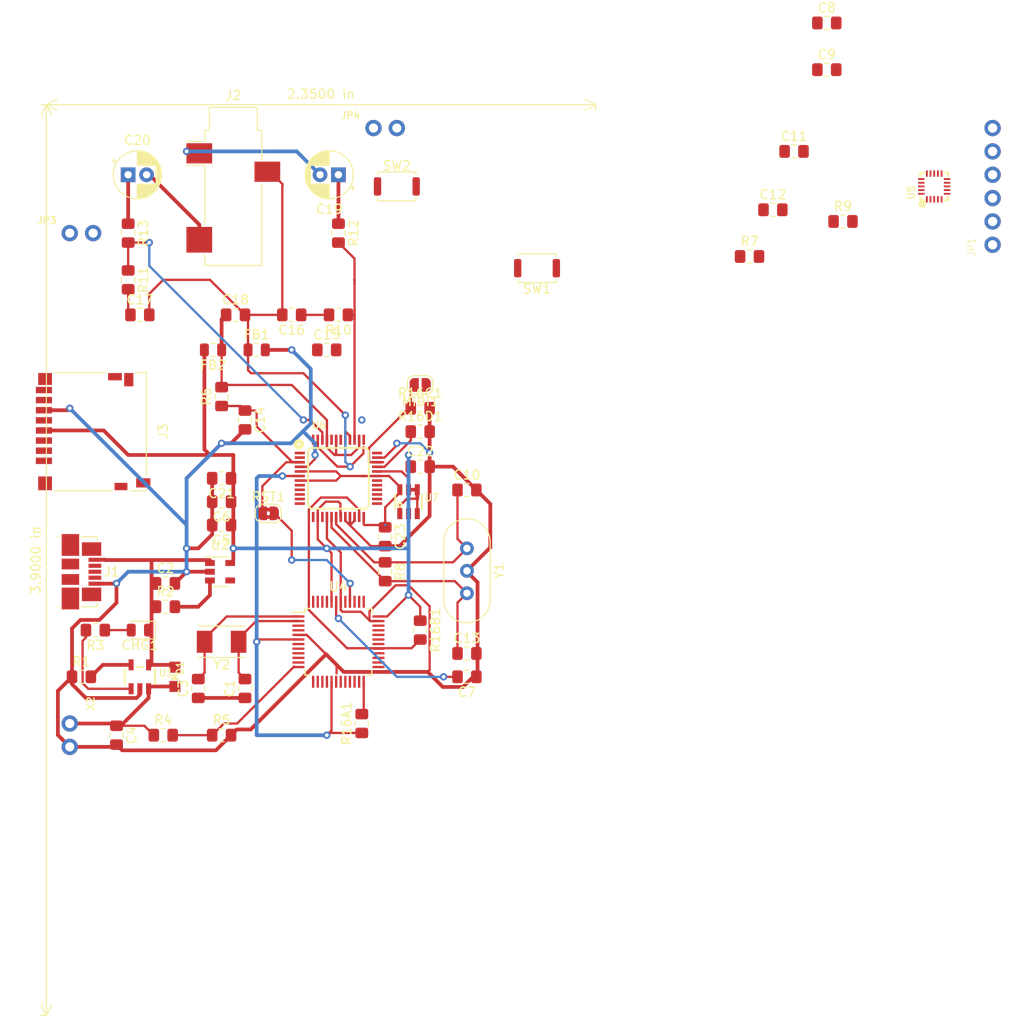
<source format=kicad_pcb>
(kicad_pcb (version 20171130) (host pcbnew 5.1.3-ffb9f22~84~ubuntu18.10.1)
  (layers (0 F.Cu signal) (31 B.Cu signal) (34 B.Paste user) (35 F.Paste user) (36 B.SilkS user) (37 F.SilkS user) (38 B.Mask user) (39 F.Mask user) (44 Edge.Cuts user))
  (net 0 "")
  (net 1 "Net-(C1-Pad2)")
  (net 2 Earth)
  (net 3 VBUS)
  (net 4 "Net-(C3-Pad2)")
  (net 5 VBAT)
  (net 6 "Net-(C7-Pad2)")
  (net 7 AREF)
  (net 8 +3V3)
  (net 9 "Net-(C10-Pad1)")
  (net 10 "Net-(C12-Pad1)")
  (net 11 "Net-(C13-Pad1)")
  (net 12 MP3RST)
  (net 13 AGND)
  (net 14 "Net-(C15-Pad1)")
  (net 15 "Net-(C16-Pad1)")
  (net 16 "Net-(C17-Pad1)")
  (net 17 AVDD)
  (net 18 R_OUT)
  (net 19 "Net-(C19-Pad1)")
  (net 20 L_OUT)
  (net 21 "Net-(C20-Pad1)")
  (net 22 +1V8)
  (net 23 "Net-(CHG1-Pad2)")
  (net 24 "Net-(J1-Pad6)")
  (net 25 D+)
  (net 26 D-)
  (net 27 MOSI)
  (net 28 SCK)
  (net 29 MISO)
  (net 30 /ele5)
  (net 31 /ele4)
  (net 32 /ele3)
  (net 33 /ele2)
  (net 34 /ele1)
  (net 35 /ele0)
  (net 36 GPIO1)
  (net 37 "Net-(R1-Pad2)")
  (net 38 "Net-(R2-Pad2)")
  (net 39 "Net-(R3-Pad2)")
  (net 40 D9)
  (net 41 ADDR)
  (net 42 "Net-(R9-Pad1)")
  (net 43 RIGHT)
  (net 44 LEFT)
  (net 45 GPIO0)
  (net 46 RESET)
  (net 47 SCL)
  (net 48 SDA)
  (net 49 D6)
  (net 50 D10)
  (net 51 D5)
  (module Resistor_SMD:R_0805_2012Metric_Pad1.15x1.40mm_HandSolder (layer F.Cu) (at 110.49 105.41 90)
    (fp_text reference R16A1 (at 0 -1.65 90) (layer F.SilkS))
    (fp_text value 100k)
    (pad 2 smd roundrect (at 1.025 0 90) (size 1.15 1.4) (layers F.Cu F.Paste F.Mask) (roundrect_rratio 0.217391) (net 51 D5))
    (pad 1 smd roundrect (at -1.025 0 90) (size 1.15 1.4) (layers F.Cu F.Paste F.Mask) (roundrect_rratio 0.217391) (net 8 +3V3))
  )
  (module Capacitor_THT:CP_Radial_D5.0mm_P2.00mm (layer F.Cu) (at 85.09 45.72)
    (fp_text reference C20 (at 1 -3.75) (layer F.SilkS))
    (fp_text value 220uF)
    (pad 2 thru_hole circle (at 2 0) (size 1.6 1.6) (drill 0.8) (layers *.Cu *.Mask) (net 20 L_OUT))
    (pad 1 thru_hole rect (at 0 0) (size 1.6 1.6) (drill 0.8) (layers *.Cu *.Mask) (net 21 "Net-(C20-Pad1)"))
  )
  (module Capacitor_THT:CP_Radial_D5.0mm_P2.00mm (layer F.Cu) (at 107.95 45.72 180)
    (fp_text reference C19 (at 1 -3.75) (layer F.SilkS))
    (fp_text value 220uF)
    (pad 2 thru_hole circle (at 2 0 180) (size 1.6 1.6) (drill 0.8) (layers *.Cu *.Mask) (net 18 R_OUT))
    (pad 1 thru_hole rect (at 0 0 180) (size 1.6 1.6) (drill 0.8) (layers *.Cu *.Mask) (net 19 "Net-(C19-Pad1)"))
  )
  (module Capacitor_SMD:C_0805_2012Metric_Pad1.15x1.40mm_HandSolder (layer F.Cu) (at 86.36 60.96)
    (fp_text reference C17 (at 0 -1.65) (layer F.SilkS))
    (fp_text value 10nF)
    (pad 2 smd roundrect (at 1.025 0) (size 1.15 1.4) (layers F.Cu F.Paste F.Mask) (roundrect_rratio 0.217391) (net 13 AGND))
    (pad 1 smd roundrect (at -1.025 0) (size 1.15 1.4) (layers F.Cu F.Paste F.Mask) (roundrect_rratio 0.217391) (net 16 "Net-(C17-Pad1)"))
  )
  (module Capacitor_SMD:C_0805_2012Metric_Pad1.15x1.40mm_HandSolder (layer F.Cu) (at 102.87 60.96 180)
    (fp_text reference C16 (at 0 -1.65) (layer F.SilkS))
    (fp_text value 10nF)
    (pad 2 smd roundrect (at 1.025 0 180) (size 1.15 1.4) (layers F.Cu F.Paste F.Mask) (roundrect_rratio 0.217391) (net 13 AGND))
    (pad 1 smd roundrect (at -1.025 0 180) (size 1.15 1.4) (layers F.Cu F.Paste F.Mask) (roundrect_rratio 0.217391) (net 15 "Net-(C16-Pad1)"))
  )
  (module Package_TO_SOT_SMD:SOT-23-5 (layer F.Cu) (at 95.08 88.9)
    (fp_text reference U2 (at 0 -2.9) (layer F.SilkS))
    (fp_text value SPX3819M5-L-3-3)
    (pad 5 smd rect (at 1.1 -0.95) (size 1.06 0.65) (layers F.Cu F.Paste F.Mask) (net 8 +3V3))
    (pad 4 smd rect (at 1.1 0.95) (size 1.06 0.65) (layers F.Cu F.Paste F.Mask))
    (pad 3 smd rect (at -1.1 0.95) (size 1.06 0.65) (layers F.Cu F.Paste F.Mask) (net 38 "Net-(R2-Pad2)"))
    (pad 2 smd rect (at -1.1 0) (size 1.06 0.65) (layers F.Cu F.Paste F.Mask) (net 2 Earth))
    (pad 1 smd rect (at -1.1 -0.95) (size 1.06 0.65) (layers F.Cu F.Paste F.Mask) (net 3 VBUS))
  )
  (module Resistor_SMD:R_0805_2012Metric_Pad1.15x1.40mm_HandSolder (layer F.Cu) (at 89.145 92.71)
    (fp_text reference R2 (at 0 -1.65) (layer F.SilkS))
    (fp_text value 100k)
    (pad 2 smd roundrect (at 1.025 0) (size 1.15 1.4) (layers F.Cu F.Paste F.Mask) (roundrect_rratio 0.217391) (net 38 "Net-(R2-Pad2)"))
    (pad 1 smd roundrect (at -1.025 0) (size 1.15 1.4) (layers F.Cu F.Paste F.Mask) (roundrect_rratio 0.217391) (net 3 VBUS))
  )
  (module Capacitor_SMD:C_0805_2012Metric_Pad1.15x1.40mm_HandSolder (layer F.Cu) (at 89.145 90.17)
    (fp_text reference C2 (at 0 -1.65) (layer F.SilkS))
    (fp_text value 10uF)
    (pad 1 smd roundrect (at -1.025 0) (size 1.15 1.4) (layers F.Cu F.Paste F.Mask) (roundrect_rratio 0.217391) (net 3 VBUS))
    (pad 2 smd roundrect (at 1.025 0) (size 1.15 1.4) (layers F.Cu F.Paste F.Mask) (roundrect_rratio 0.217391) (net 2 Earth))
  )
  (module mpr121:CHIPLED_0805_NOOUTLINE (layer F.Cu) (at 90.17 100.33 180)
    (fp_text reference D1 (at -1.016 1.778 270) (layer F.SilkS) (effects (font (size 0.77216 0.77216) (thickness 0.138988)) (justify right bottom)))
    (fp_text value MBR120)
    (pad A smd rect (at 0 1.05 180) (size 1.2 1.2) (layers F.Cu F.Paste F.Mask) (net 3 VBUS))
    (pad C smd rect (at 0 -1.05 180) (size 1.2 1.2) (layers F.Cu F.Paste F.Mask) (net 5 VBAT))
  )
  (module Capacitor_SMD:C_0805_2012Metric_Pad1.15x1.40mm_HandSolder (layer F.Cu) (at 95.25 83.82 180)
    (fp_text reference C5 (at 0 -1.65) (layer F.SilkS))
    (fp_text value 10uF)
    (pad 2 smd roundrect (at 1.025 0 180) (size 1.15 1.4) (layers F.Cu F.Paste F.Mask) (roundrect_rratio 0.217391) (net 2 Earth))
    (pad 1 smd roundrect (at -1.025 0 180) (size 1.15 1.4) (layers F.Cu F.Paste F.Mask) (roundrect_rratio 0.217391) (net 8 +3V3))
  )
  (module "adafruit -music:1X02_ROUND" (layer F.Cu) (at 78.74 106.68 270)
    (fp_text reference X2 (at -2.6162 -1.8288 90) (layer F.SilkS) (effects (font (size 0.77216 0.77216) (thickness 0.146304)) (justify left top)))
    (fp_text value JSTPH)
    (pad 2 thru_hole circle (at 1.27 0) (size 1.778 1.778) (drill 1) (layers *.Cu *.Mask) (net 2 Earth))
    (pad 1 thru_hole circle (at -1.27 0) (size 1.778 1.778) (drill 1) (layers *.Cu *.Mask) (net 5 VBAT))
  )
  (module Crystal:Crystal_SMD_TXC_7A-2Pin_5x3.2mm (layer F.Cu) (at 95.25 96.52 180)
    (fp_text reference Y2 (at 0 -2.5) (layer F.SilkS))
    (fp_text value Crystal)
    (pad 2 smd rect (at 1.85 0 180) (size 1.7 2.4) (layers F.Cu F.Paste F.Mask) (net 4 "Net-(C3-Pad2)"))
    (pad 1 smd rect (at -1.85 0 180) (size 1.7 2.4) (layers F.Cu F.Paste F.Mask) (net 1 "Net-(C1-Pad2)"))
  )
  (module Crystal:Crystal_HC49-U-3Pin_Vertical (layer F.Cu) (at 121.92 86.36 270)
    (fp_text reference Y1 (at 2.44 -3.525 90) (layer F.SilkS))
    (fp_text value ABM8G-12.288MHZ-18-D2Y-T)
    (pad 3 thru_hole circle (at 4.88 0 270) (size 1.5 1.5) (drill 0.8) (layers *.Cu *.Mask) (net 11 "Net-(C13-Pad1)"))
    (pad 2 thru_hole circle (at 2.44 0 270) (size 1.5 1.5) (drill 0.8) (layers *.Cu *.Mask) (net 2 Earth))
    (pad 1 thru_hole circle (at 0 0 270) (size 1.5 1.5) (drill 0.8) (layers *.Cu *.Mask) (net 9 "Net-(C10-Pad1)"))
  )
  (module "adafruit -music:SOT23-6" (layer F.Cu) (at 115.57 81.28)
    (fp_text reference U7 (at 1.651 0) (layer F.SilkS) (effects (font (size 0.77216 0.77216) (thickness 0.138988)) (justify left bottom)))
    (fp_text value VREG_SOT23-6_DUALAP7312)
    (pad 6 smd rect (at -0.95 -1.3) (size 0.55 1.2) (layers F.Cu F.Paste F.Mask) (net 22 +1V8))
    (pad 5 smd rect (at 0 -1.3) (size 0.55 1.2) (layers F.Cu F.Paste F.Mask) (net 8 +3V3))
    (pad 4 smd rect (at 0.95 -1.3) (size 0.55 1.2) (layers F.Cu F.Paste F.Mask) (net 8 +3V3))
    (pad 3 smd rect (at 0.95 1.3) (size 0.55 1.2) (layers F.Cu F.Paste F.Mask) (net 8 +3V3))
    (pad 2 smd rect (at 0 1.3) (size 0.55 1.2) (layers F.Cu F.Paste F.Mask) (net 2 Earth))
    (pad 1 smd rect (at -0.95 1.3) (size 0.55 1.2) (layers F.Cu F.Paste F.Mask) (net 8 +3V3))
  )
  (module "adafruit -music:LQFP48" (layer F.Cu) (at 107.95 78.74)
    (fp_text reference U6 (at -2.974 -5.3001) (layer F.SilkS) (effects (font (size 0.77216 0.77216) (thickness 0.138988)) (justify left bottom)))
    (fp_text value VS1053B)
    (pad 48 smd rect (at -2.75 -4.2) (size 0.28 1.1) (layers F.Cu F.Paste F.Mask))
    (pad 47 smd rect (at -2.25 -4.2) (size 0.285 1.1) (layers F.Cu F.Paste F.Mask) (net 13 AGND))
    (pad 46 smd rect (at -1.75 -4.2) (size 0.285 1.1) (layers F.Cu F.Paste F.Mask) (net 44 LEFT))
    (pad 45 smd rect (at -1.25 -4.2) (size 0.285 1.1) (layers F.Cu F.Paste F.Mask) (net 17 AVDD))
    (pad 44 smd rect (at -0.75 -4.2) (size 0.285 1.1) (layers F.Cu F.Paste F.Mask) (net 14 "Net-(C15-Pad1)"))
    (pad 43 smd rect (at -0.25 -4.2) (size 0.285 1.1) (layers F.Cu F.Paste F.Mask) (net 17 AVDD))
    (pad 42 smd rect (at 0.25 -4.2) (size 0.285 1.1) (layers F.Cu F.Paste F.Mask))
    (pad 41 smd rect (at 0.75 -4.2) (size 0.285 1.1) (layers F.Cu F.Paste F.Mask) (net 13 AGND))
    (pad 40 smd rect (at 1.25 -4.2) (size 0.285 1.1) (layers F.Cu F.Paste F.Mask) (net 13 AGND))
    (pad 39 smd rect (at 1.75 -4.2) (size 0.285 1.1) (layers F.Cu F.Paste F.Mask) (net 43 RIGHT))
    (pad 38 smd rect (at 2.25 -4.2) (size 0.285 1.1) (layers F.Cu F.Paste F.Mask) (net 17 AVDD))
    (pad 37 smd rect (at 2.75 -4.2) (size 0.285 1.1) (layers F.Cu F.Paste F.Mask) (net 13 AGND))
    (pad 36 smd rect (at 4.2 -2.75) (size 1.1 0.285) (layers F.Cu F.Paste F.Mask))
    (pad 35 smd rect (at 4.2 -2.25) (size 1.1 0.285) (layers F.Cu F.Paste F.Mask) (net 2 Earth))
    (pad 34 smd rect (at 4.2 -1.75) (size 1.1 0.285) (layers F.Cu F.Paste F.Mask) (net 36 GPIO1))
    (pad 33 smd rect (at 4.2 -1.25) (size 1.1 0.285) (layers F.Cu F.Paste F.Mask) (net 45 GPIO0))
    (pad 32 smd rect (at 4.2 -0.75) (size 1.1 0.285) (layers F.Cu F.Paste F.Mask) (net 8 +3V3))
    (pad 31 smd rect (at 4.2 -0.25) (size 1.1 0.285) (layers F.Cu F.Paste F.Mask) (net 22 +1V8))
    (pad 30 smd rect (at 4.2 0.25) (size 1.1 0.285) (layers F.Cu F.Paste F.Mask) (net 29 MISO))
    (pad 29 smd rect (at 4.2 0.75) (size 1.1 0.285) (layers F.Cu F.Paste F.Mask) (net 27 MOSI))
    (pad 28 smd rect (at 4.2 1.25) (size 1.1 0.285) (layers F.Cu F.Paste F.Mask))
    (pad 27 smd rect (at 4.2 1.75) (size 1.1 0.285) (layers F.Cu F.Paste F.Mask))
    (pad 26 smd rect (at 4.2 2.25) (size 1.1 0.285) (layers F.Cu F.Paste F.Mask))
    (pad 25 smd rect (at 4.2 2.75) (size 1.1 0.285) (layers F.Cu F.Paste F.Mask))
    (pad 24 smd rect (at 2.75 4.2) (size 0.285 1.1) (layers F.Cu F.Paste F.Mask) (net 22 +1V8))
    (pad 23 smd rect (at 2.25 4.2) (size 0.285 1.1) (layers F.Cu F.Paste F.Mask) (net 49 D6))
    (pad 22 smd rect (at 1.75 4.2) (size 0.285 1.1) (layers F.Cu F.Paste F.Mask) (net 2 Earth))
    (pad 21 smd rect (at 1.25 4.2) (size 0.285 1.1) (layers F.Cu F.Paste F.Mask) (net 2 Earth))
    (pad 20 smd rect (at 0.75 4.2) (size 0.285 1.1) (layers F.Cu F.Paste F.Mask) (net 2 Earth))
    (pad 19 smd rect (at 0.25 4.2) (size 0.285 1.1) (layers F.Cu F.Paste F.Mask) (net 8 +3V3))
    (pad 18 smd rect (at -0.25 4.2) (size 0.285 1.1) (layers F.Cu F.Paste F.Mask) (net 9 "Net-(C10-Pad1)"))
    (pad 17 smd rect (at -0.75 4.2) (size 0.285 1.1) (layers F.Cu F.Paste F.Mask) (net 11 "Net-(C13-Pad1)"))
    (pad 16 smd rect (at -1.25 4.2) (size 0.285 1.1) (layers F.Cu F.Paste F.Mask) (net 2 Earth))
    (pad 15 smd rect (at -1.75 4.2) (size 0.285 1.1) (layers F.Cu F.Paste F.Mask))
    (pad 14 smd rect (at -2.25 4.2) (size 0.285 1.1) (layers F.Cu F.Paste F.Mask) (net 8 +3V3))
    (pad 13 smd rect (at -2.75 4.2) (size 0.285 1.1) (layers F.Cu F.Paste F.Mask) (net 50 D10))
    (pad 12 smd rect (at -4.2 2.75) (size 1.1 0.285) (layers F.Cu F.Paste F.Mask))
    (pad 11 smd rect (at -4.2 2.25) (size 1.1 0.285) (layers F.Cu F.Paste F.Mask))
    (pad 10 smd rect (at -4.2 1.75) (size 1.1 0.285) (layers F.Cu F.Paste F.Mask))
    (pad 9 smd rect (at -4.2 1.25) (size 1.1 0.285) (layers F.Cu F.Paste F.Mask))
    (pad 8 smd rect (at -4.2 0.75) (size 1.1 0.285) (layers F.Cu F.Paste F.Mask) (net 40 D9))
    (pad 7 smd rect (at -4.2 0.25) (size 1.1 0.285) (layers F.Cu F.Paste F.Mask) (net 22 +1V8))
    (pad 6 smd rect (at -4.2 -0.25) (size 1.1 0.285) (layers F.Cu F.Paste F.Mask) (net 8 +3V3))
    (pad 5 smd rect (at -4.2 -0.75) (size 1.1 0.285) (layers F.Cu F.Paste F.Mask) (net 22 +1V8))
    (pad 4 smd rect (at -4.2 -1.25) (size 1.1 0.285) (layers F.Cu F.Paste F.Mask) (net 2 Earth))
    (pad 3 smd rect (at -4.2 -1.75) (size 1.1 0.285) (layers F.Cu F.Paste F.Mask) (net 12 MP3RST))
    (pad 2 smd rect (at -4.2 -2.25) (size 1.1 0.285) (layers F.Cu F.Paste F.Mask))
    (pad 1 smd rect (at -4.2 -2.75) (size 1.1 0.285) (layers F.Cu F.Paste F.Mask))
  )
  (module mpr121:QFN20_3MM_NOTHERMAL (layer F.Cu) (at 172.72 46.99 90)
    (fp_text reference U5 (at -1.524 -2.032 -90) (layer F.SilkS) (effects (font (size 0.77216 0.77216) (thickness 0.138988)) (justify left bottom)))
    (fp_text value MPR121QR2)
    (pad 5 smd rect (at -1.4 0.8 270) (size 0.7 0.2) (layers F.Cu F.Paste F.Mask) (net 10 "Net-(C12-Pad1)"))
    (pad 4 smd rect (at -1.4 0.4 270) (size 0.7 0.2) (layers F.Cu F.Paste F.Mask) (net 41 ADDR))
    (pad 1 smd rect (at -1.4 -0.8 270) (size 0.7 0.2) (layers F.Cu F.Paste F.Mask))
    (pad 2 smd rect (at -1.4 -0.4 270) (size 0.7 0.2) (layers F.Cu F.Paste F.Mask) (net 47 SCL))
    (pad 3 smd rect (at -1.4 0 270) (size 0.7 0.2) (layers F.Cu F.Paste F.Mask) (net 48 SDA))
    (pad 20 smd rect (at -0.8 -1.4 180) (size 0.7 0.2) (layers F.Cu F.Paste F.Mask) (net 8 +3V3))
    (pad 19 smd rect (at -0.4 -1.4 180) (size 0.7 0.2) (layers F.Cu F.Paste F.Mask))
    (pad 16 smd rect (at 0.8 -1.4 180) (size 0.7 0.2) (layers F.Cu F.Paste F.Mask))
    (pad 17 smd rect (at 0.4 -1.4 180) (size 0.7 0.2) (layers F.Cu F.Paste F.Mask))
    (pad 18 smd rect (at 0 -1.4 180) (size 0.7 0.2) (layers F.Cu F.Paste F.Mask))
    (pad 11 smd rect (at 1.4 0.8 270) (size 0.7 0.2) (layers F.Cu F.Paste F.Mask) (net 32 /ele3))
    (pad 12 smd rect (at 1.4 0.4 270) (size 0.7 0.2) (layers F.Cu F.Paste F.Mask) (net 31 /ele4))
    (pad 15 smd rect (at 1.4 -0.8 270) (size 0.7 0.2) (layers F.Cu F.Paste F.Mask))
    (pad 14 smd rect (at 1.4 -0.4 270) (size 0.7 0.2) (layers F.Cu F.Paste F.Mask))
    (pad 13 smd rect (at 1.4 0 270) (size 0.7 0.2) (layers F.Cu F.Paste F.Mask) (net 30 /ele5))
    (pad 6 smd rect (at -0.8 1.4 180) (size 0.7 0.2) (layers F.Cu F.Paste F.Mask) (net 2 Earth))
    (pad 7 smd rect (at -0.4 1.4 180) (size 0.7 0.2) (layers F.Cu F.Paste F.Mask) (net 42 "Net-(R9-Pad1)"))
    (pad 10 smd rect (at 0.8 1.4 180) (size 0.7 0.2) (layers F.Cu F.Paste F.Mask) (net 33 /ele2))
    (pad 9 smd rect (at 0.4 1.4 180) (size 0.7 0.2) (layers F.Cu F.Paste F.Mask) (net 34 /ele1))
    (pad 8 smd rect (at 0 1.4 180) (size 0.7 0.2) (layers F.Cu F.Paste F.Mask) (net 35 /ele0))
  )
  (module Package_QFP:TQFP-48_7x7mm_P0.5mm (layer F.Cu) (at 107.95 96.52)
    (fp_text reference U4 (at 0 -6) (layer F.SilkS))
    (fp_text value ATSAMD21G18A-AUT)
    (pad 48 smd rect (at -2.75 -4.35 90) (size 1.3 0.25) (layers F.Cu F.Paste F.Mask))
    (pad 47 smd rect (at -2.25 -4.35 90) (size 1.3 0.25) (layers F.Cu F.Paste F.Mask))
    (pad 46 smd rect (at -1.75 -4.35 90) (size 1.3 0.25) (layers F.Cu F.Paste F.Mask))
    (pad 45 smd rect (at -1.25 -4.35 90) (size 1.3 0.25) (layers F.Cu F.Paste F.Mask))
    (pad 44 smd rect (at -0.75 -4.35 90) (size 1.3 0.25) (layers F.Cu F.Paste F.Mask) (net 8 +3V3))
    (pad 43 smd rect (at -0.25 -4.35 90) (size 1.3 0.25) (layers F.Cu F.Paste F.Mask) (net 6 "Net-(C7-Pad2)"))
    (pad 42 smd rect (at 0.25 -4.35 90) (size 1.3 0.25) (layers F.Cu F.Paste F.Mask) (net 2 Earth))
    (pad 41 smd rect (at 0.75 -4.35 90) (size 1.3 0.25) (layers F.Cu F.Paste F.Mask))
    (pad 40 smd rect (at 1.25 -4.35 90) (size 1.3 0.25) (layers F.Cu F.Paste F.Mask) (net 46 RESET))
    (pad 39 smd rect (at 1.75 -4.35 90) (size 1.3 0.25) (layers F.Cu F.Paste F.Mask))
    (pad 38 smd rect (at 2.25 -4.35 90) (size 1.3 0.25) (layers F.Cu F.Paste F.Mask))
    (pad 37 smd rect (at 2.75 -4.35 90) (size 1.3 0.25) (layers F.Cu F.Paste F.Mask))
    (pad 36 smd rect (at 4.35 -2.75) (size 1.3 0.25) (layers F.Cu F.Paste F.Mask) (net 8 +3V3))
    (pad 35 smd rect (at 4.35 -2.25) (size 1.3 0.25) (layers F.Cu F.Paste F.Mask) (net 2 Earth))
    (pad 34 smd rect (at 4.35 -1.75) (size 1.3 0.25) (layers F.Cu F.Paste F.Mask) (net 25 D+))
    (pad 33 smd rect (at 4.35 -1.25) (size 1.3 0.25) (layers F.Cu F.Paste F.Mask) (net 26 D-))
    (pad 32 smd rect (at 4.35 -0.75) (size 1.3 0.25) (layers F.Cu F.Paste F.Mask) (net 47 SCL))
    (pad 31 smd rect (at 4.35 -0.25) (size 1.3 0.25) (layers F.Cu F.Paste F.Mask) (net 48 SDA))
    (pad 30 smd rect (at 4.35 0.25) (size 1.3 0.25) (layers F.Cu F.Paste F.Mask))
    (pad 29 smd rect (at 4.35 0.75) (size 1.3 0.25) (layers F.Cu F.Paste F.Mask) (net 49 D6))
    (pad 28 smd rect (at 4.35 1.25) (size 1.3 0.25) (layers F.Cu F.Paste F.Mask))
    (pad 27 smd rect (at 4.35 1.75) (size 1.3 0.25) (layers F.Cu F.Paste F.Mask) (net 50 D10))
    (pad 26 smd rect (at 4.35 2.25) (size 1.3 0.25) (layers F.Cu F.Paste F.Mask))
    (pad 25 smd rect (at 4.35 2.75) (size 1.3 0.25) (layers F.Cu F.Paste F.Mask))
    (pad 24 smd rect (at 2.75 4.35 90) (size 1.3 0.25) (layers F.Cu F.Paste F.Mask) (net 51 D5))
    (pad 23 smd rect (at 2.25 4.35 90) (size 1.3 0.25) (layers F.Cu F.Paste F.Mask))
    (pad 22 smd rect (at 1.75 4.35 90) (size 1.3 0.25) (layers F.Cu F.Paste F.Mask))
    (pad 21 smd rect (at 1.25 4.35 90) (size 1.3 0.25) (layers F.Cu F.Paste F.Mask) (net 29 MISO))
    (pad 20 smd rect (at 0.75 4.35 90) (size 1.3 0.25) (layers F.Cu F.Paste F.Mask) (net 28 SCK))
    (pad 19 smd rect (at 0.25 4.35 90) (size 1.3 0.25) (layers F.Cu F.Paste F.Mask) (net 27 MOSI))
    (pad 18 smd rect (at -0.25 4.35 90) (size 1.3 0.25) (layers F.Cu F.Paste F.Mask) (net 2 Earth))
    (pad 17 smd rect (at -0.75 4.35 90) (size 1.3 0.25) (layers F.Cu F.Paste F.Mask) (net 8 +3V3))
    (pad 16 smd rect (at -1.25 4.35 90) (size 1.3 0.25) (layers F.Cu F.Paste F.Mask))
    (pad 15 smd rect (at -1.75 4.35 90) (size 1.3 0.25) (layers F.Cu F.Paste F.Mask))
    (pad 14 smd rect (at -2.25 4.35 90) (size 1.3 0.25) (layers F.Cu F.Paste F.Mask))
    (pad 13 smd rect (at -2.75 4.35 90) (size 1.3 0.25) (layers F.Cu F.Paste F.Mask))
    (pad 12 smd rect (at -4.35 2.75) (size 1.3 0.25) (layers F.Cu F.Paste F.Mask) (net 40 D9))
    (pad 11 smd rect (at -4.35 2.25) (size 1.3 0.25) (layers F.Cu F.Paste F.Mask))
    (pad 10 smd rect (at -4.35 1.75) (size 1.3 0.25) (layers F.Cu F.Paste F.Mask))
    (pad 9 smd rect (at -4.35 1.25) (size 1.3 0.25) (layers F.Cu F.Paste F.Mask))
    (pad 8 smd rect (at -4.35 0.75) (size 1.3 0.25) (layers F.Cu F.Paste F.Mask))
    (pad 7 smd rect (at -4.35 0.25) (size 1.3 0.25) (layers F.Cu F.Paste F.Mask))
    (pad 6 smd rect (at -4.35 -0.25) (size 1.3 0.25) (layers F.Cu F.Paste F.Mask) (net 8 +3V3))
    (pad 5 smd rect (at -4.35 -0.75) (size 1.3 0.25) (layers F.Cu F.Paste F.Mask) (net 2 Earth))
    (pad 4 smd rect (at -4.35 -1.25) (size 1.3 0.25) (layers F.Cu F.Paste F.Mask) (net 7 AREF))
    (pad 3 smd rect (at -4.35 -1.75) (size 1.3 0.25) (layers F.Cu F.Paste F.Mask))
    (pad 2 smd rect (at -4.35 -2.25) (size 1.3 0.25) (layers F.Cu F.Paste F.Mask) (net 1 "Net-(C1-Pad2)"))
    (pad 1 smd rect (at -4.35 -2.75) (size 1.3 0.25) (layers F.Cu F.Paste F.Mask) (net 4 "Net-(C3-Pad2)"))
  )
  (module adafruit-m0:SOT23-5 (layer F.Cu) (at 86.36 100.33)
    (fp_text reference U1 (at 1.978 0 180) (layer F.SilkS) (effects (font (size 0.77216 0.77216) (thickness 0.138988)) (justify left bottom)))
    (fp_text value MCP73831-2-OT)
    (pad 5 smd rect (at -0.95 -1.3001) (size 0.55 1.2) (layers F.Cu F.Paste F.Mask) (net 37 "Net-(R1-Pad2)"))
    (pad 4 smd rect (at 0.95 -1.3001) (size 0.55 1.2) (layers F.Cu F.Paste F.Mask) (net 3 VBUS))
    (pad 3 smd rect (at 0.95 1.3001) (size 0.55 1.2) (layers F.Cu F.Paste F.Mask) (net 5 VBAT))
    (pad 2 smd rect (at 0 1.3001) (size 0.55 1.2) (layers F.Cu F.Paste F.Mask) (net 2 Earth))
    (pad 1 smd rect (at -0.95 1.3001) (size 0.55 1.2) (layers F.Cu F.Paste F.Mask) (net 39 "Net-(R3-Pad2)"))
  )
  (module Button_Switch_SMD:SW_Push_SPST_NO_Alps_SKRK (layer F.Cu) (at 114.3 46.99)
    (fp_text reference SW2 (at 0 -2.25) (layer F.SilkS))
    (fp_text value SW_Push)
    (pad 1 smd roundrect (at -2.1 0) (size 0.8 2) (layers F.Cu F.Paste F.Mask) (net 13 AGND))
    (pad 2 smd roundrect (at 2.1 0) (size 0.8 2) (layers F.Cu F.Paste F.Mask) (net 46 RESET))
  )
  (module Button_Switch_SMD:SW_Push_SPST_NO_Alps_SKRK (layer F.Cu) (at 129.54 55.88 180)
    (fp_text reference SW1 (at 0 -2.25) (layer F.SilkS))
    (fp_text value SW_Push)
    (pad 1 smd roundrect (at -2.1 0 180) (size 0.8 2) (layers F.Cu F.Paste F.Mask) (net 46 RESET))
    (pad 2 smd roundrect (at 2.1 0 180) (size 0.8 2) (layers F.Cu F.Paste F.Mask) (net 2 Earth))
  )
  (module Jumper:SolderJumper-2_P1.3mm_Bridged2Bar_RoundedPad1.0x1.5mm (layer F.Cu) (at 100.33 82.55)
    (fp_text reference RST1 (at 0 -1.8) (layer F.SilkS))
    (fp_text value SolderJumper_2_Bridged)
    (fp_poly (pts (xy -0.25 -0.6) (xy 0.25 -0.6) (xy 0.25 -0.2) (xy -0.25 -0.2)) (layer F.Cu) (width 0))
    (fp_poly (pts (xy -0.25 0.2) (xy 0.25 0.2) (xy 0.25 0.6) (xy -0.25 0.6)) (layer F.Cu) (width 0))
    (pad 1 smd custom (at -0.65 0) (size 1 0.5) (layers F.Cu F.Mask) (net 12 MP3RST) (options (clearance outline) (anchor rect)) (primitives (gr_circle (center 0 0.25) (end 0.5 0.25) (width 0)) (gr_circle (center 0 -0.25) (end 0.5 -0.25) (width 0)) (gr_poly (pts (xy 0.5 0.75) (xy 0.5 -0.75) (xy 0 -0.75) (xy 0 0.75)) (width 0))))
    (pad 2 smd custom (at 0.65 0) (size 1 0.5) (layers F.Cu F.Mask) (net 46 RESET) (options (clearance outline) (anchor rect)) (primitives (gr_circle (center 0 0.25) (end 0.5 0.25) (width 0)) (gr_circle (center 0 -0.25) (end 0.5 -0.25) (width 0)) (gr_poly (pts (xy -0.5 0.75) (xy -0.5 -0.75) (xy 0 -0.75) (xy 0 0.75)) (width 0))))
  )
  (module Resistor_SMD:R_0805_2012Metric_Pad1.15x1.40mm_HandSolder (layer F.Cu) (at 116.84 73.66)
    (fp_text reference R16D1 (at 0 -1.65) (layer F.SilkS))
    (fp_text value 100k)
    (pad 2 smd roundrect (at 1.025 0) (size 1.15 1.4) (layers F.Cu F.Paste F.Mask) (roundrect_rratio 0.217391) (net 2 Earth))
    (pad 1 smd roundrect (at -1.025 0) (size 1.15 1.4) (layers F.Cu F.Paste F.Mask) (roundrect_rratio 0.217391) (net 45 GPIO0))
  )
  (module Resistor_SMD:R_0805_2012Metric_Pad1.15x1.40mm_HandSolder (layer F.Cu) (at 116.84 71.12)
    (fp_text reference R16C1 (at 0 -1.65) (layer F.SilkS))
    (fp_text value 100k)
    (pad 2 smd roundrect (at 1.025 0) (size 1.15 1.4) (layers F.Cu F.Paste F.Mask) (roundrect_rratio 0.217391) (net 2 Earth))
    (pad 1 smd roundrect (at -1.025 0) (size 1.15 1.4) (layers F.Cu F.Paste F.Mask) (roundrect_rratio 0.217391) (net 36 GPIO1))
  )
  (module Resistor_SMD:R_0805_2012Metric_Pad1.15x1.40mm_HandSolder (layer F.Cu) (at 116.84 95.25 270)
    (fp_text reference R16B1 (at 0 -1.65 90) (layer F.SilkS))
    (fp_text value 100k)
    (pad 2 smd roundrect (at 1.025 0 270) (size 1.15 1.4) (layers F.Cu F.Paste F.Mask) (roundrect_rratio 0.217391) (net 49 D6))
    (pad 1 smd roundrect (at -1.025 0 270) (size 1.15 1.4) (layers F.Cu F.Paste F.Mask) (roundrect_rratio 0.217391) (net 8 +3V3))
  )
  (module Resistor_SMD:R_0805_2012Metric_Pad1.15x1.40mm_HandSolder (layer F.Cu) (at 85.09 52.07 270)
    (fp_text reference R13 (at 0 -1.65 90) (layer F.SilkS))
    (fp_text value 100)
    (pad 2 smd roundrect (at 1.025 0 270) (size 1.15 1.4) (layers F.Cu F.Paste F.Mask) (roundrect_rratio 0.217391) (net 44 LEFT))
    (pad 1 smd roundrect (at -1.025 0 270) (size 1.15 1.4) (layers F.Cu F.Paste F.Mask) (roundrect_rratio 0.217391) (net 21 "Net-(C20-Pad1)"))
  )
  (module Resistor_SMD:R_0805_2012Metric_Pad1.15x1.40mm_HandSolder (layer F.Cu) (at 107.95 52.07 270)
    (fp_text reference R12 (at 0 -1.65 90) (layer F.SilkS))
    (fp_text value 100)
    (pad 2 smd roundrect (at 1.025 0 270) (size 1.15 1.4) (layers F.Cu F.Paste F.Mask) (roundrect_rratio 0.217391) (net 43 RIGHT))
    (pad 1 smd roundrect (at -1.025 0 270) (size 1.15 1.4) (layers F.Cu F.Paste F.Mask) (roundrect_rratio 0.217391) (net 19 "Net-(C19-Pad1)"))
  )
  (module Resistor_SMD:R_0805_2012Metric_Pad1.15x1.40mm_HandSolder (layer F.Cu) (at 85.09 57.15 270)
    (fp_text reference R11 (at 0 -1.65 90) (layer F.SilkS))
    (fp_text value 22)
    (pad 2 smd roundrect (at 1.025 0 270) (size 1.15 1.4) (layers F.Cu F.Paste F.Mask) (roundrect_rratio 0.217391) (net 16 "Net-(C17-Pad1)"))
    (pad 1 smd roundrect (at -1.025 0 270) (size 1.15 1.4) (layers F.Cu F.Paste F.Mask) (roundrect_rratio 0.217391) (net 44 LEFT))
  )
  (module Resistor_SMD:R_0805_2012Metric_Pad1.15x1.40mm_HandSolder (layer F.Cu) (at 107.95 60.96 180)
    (fp_text reference R10 (at 0 -1.65) (layer F.SilkS))
    (fp_text value 22)
    (pad 2 smd roundrect (at 1.025 0 180) (size 1.15 1.4) (layers F.Cu F.Paste F.Mask) (roundrect_rratio 0.217391) (net 15 "Net-(C16-Pad1)"))
    (pad 1 smd roundrect (at -1.025 0 180) (size 1.15 1.4) (layers F.Cu F.Paste F.Mask) (roundrect_rratio 0.217391) (net 43 RIGHT))
  )
  (module Resistor_SMD:R_0805_2012Metric_Pad1.15x1.40mm_HandSolder (layer F.Cu) (at 162.805 50.8)
    (fp_text reference R9 (at 0 -1.65) (layer F.SilkS))
    (fp_text value 75k)
    (pad 2 smd roundrect (at 1.025 0) (size 1.15 1.4) (layers F.Cu F.Paste F.Mask) (roundrect_rratio 0.217391) (net 2 Earth))
    (pad 1 smd roundrect (at -1.025 0) (size 1.15 1.4) (layers F.Cu F.Paste F.Mask) (roundrect_rratio 0.217391) (net 42 "Net-(R9-Pad1)"))
  )
  (module Resistor_SMD:R_0805_2012Metric_Pad1.15x1.40mm_HandSolder (layer F.Cu) (at 113.03 88.9 270)
    (fp_text reference R8 (at 0 -1.65 90) (layer F.SilkS))
    (fp_text value 1M)
    (pad 2 smd roundrect (at 1.025 0 270) (size 1.15 1.4) (layers F.Cu F.Paste F.Mask) (roundrect_rratio 0.217391) (net 11 "Net-(C13-Pad1)"))
    (pad 1 smd roundrect (at -1.025 0 270) (size 1.15 1.4) (layers F.Cu F.Paste F.Mask) (roundrect_rratio 0.217391) (net 9 "Net-(C10-Pad1)"))
  )
  (module Resistor_SMD:R_0805_2012Metric_Pad1.15x1.40mm_HandSolder (layer F.Cu) (at 152.645 54.61)
    (fp_text reference R7 (at 0 -1.65) (layer F.SilkS))
    (fp_text value 100k)
    (pad 2 smd roundrect (at 1.025 0) (size 1.15 1.4) (layers F.Cu F.Paste F.Mask) (roundrect_rratio 0.217391) (net 2 Earth))
    (pad 1 smd roundrect (at -1.025 0) (size 1.15 1.4) (layers F.Cu F.Paste F.Mask) (roundrect_rratio 0.217391) (net 41 ADDR))
  )
  (module Resistor_SMD:R_0805_2012Metric_Pad1.15x1.40mm_HandSolder (layer F.Cu) (at 95.25 69.85 90)
    (fp_text reference R6 (at 0 -1.65 90) (layer F.SilkS))
    (fp_text value 100k)
    (pad 2 smd roundrect (at 1.025 0 90) (size 1.15 1.4) (layers F.Cu F.Paste F.Mask) (roundrect_rratio 0.217391) (net 17 AVDD))
    (pad 1 smd roundrect (at -1.025 0 90) (size 1.15 1.4) (layers F.Cu F.Paste F.Mask) (roundrect_rratio 0.217391) (net 12 MP3RST))
  )
  (module Resistor_SMD:R_0805_2012Metric_Pad1.15x1.40mm_HandSolder (layer F.Cu) (at 95.25 106.68)
    (fp_text reference R5 (at 0 -1.65) (layer F.SilkS))
    (fp_text value 100k)
    (pad 2 smd roundrect (at 1.025 0) (size 1.15 1.4) (layers F.Cu F.Paste F.Mask) (roundrect_rratio 0.217391) (net 2 Earth))
    (pad 1 smd roundrect (at -1.025 0) (size 1.15 1.4) (layers F.Cu F.Paste F.Mask) (roundrect_rratio 0.217391) (net 40 D9))
  )
  (module Resistor_SMD:R_0805_2012Metric_Pad1.15x1.40mm_HandSolder (layer F.Cu) (at 88.9 106.68)
    (fp_text reference R4 (at 0 -1.65) (layer F.SilkS))
    (fp_text value 100k)
    (pad 2 smd roundrect (at 1.025 0) (size 1.15 1.4) (layers F.Cu F.Paste F.Mask) (roundrect_rratio 0.217391) (net 40 D9))
    (pad 1 smd roundrect (at -1.025 0) (size 1.15 1.4) (layers F.Cu F.Paste F.Mask) (roundrect_rratio 0.217391) (net 5 VBAT))
  )
  (module Resistor_SMD:R_0805_2012Metric_Pad1.15x1.40mm_HandSolder (layer F.Cu) (at 81.525 95.25 180)
    (fp_text reference R3 (at 0 -1.65) (layer F.SilkS))
    (fp_text value 1k)
    (pad 2 smd roundrect (at 1.025 0 180) (size 1.15 1.4) (layers F.Cu F.Paste F.Mask) (roundrect_rratio 0.217391) (net 39 "Net-(R3-Pad2)"))
    (pad 1 smd roundrect (at -1.025 0 180) (size 1.15 1.4) (layers F.Cu F.Paste F.Mask) (roundrect_rratio 0.217391) (net 23 "Net-(CHG1-Pad2)"))
  )
  (module Resistor_SMD:R_0805_2012Metric_Pad1.15x1.40mm_HandSolder (layer F.Cu) (at 80.01 100.33)
    (fp_text reference R1 (at 0 -1.65) (layer F.SilkS))
    (fp_text value 10k)
    (pad 2 smd roundrect (at 1.025 0) (size 1.15 1.4) (layers F.Cu F.Paste F.Mask) (roundrect_rratio 0.217391) (net 37 "Net-(R1-Pad2)"))
    (pad 1 smd roundrect (at -1.025 0) (size 1.15 1.4) (layers F.Cu F.Paste F.Mask) (roundrect_rratio 0.217391) (net 2 Earth))
  )
  (module Jumper:SolderJumper-2_P1.3mm_Open_RoundedPad1.0x1.5mm (layer F.Cu) (at 116.84 68.58 180)
    (fp_text reference MIDI1 (at 0 -1.8) (layer F.SilkS))
    (fp_text value SolderJumper)
    (pad 2 smd custom (at 0.65 0 180) (size 1 0.5) (layers F.Cu F.Mask) (net 36 GPIO1) (options (clearance outline) (anchor rect)) (primitives (gr_circle (center 0 0.25) (end 0.5 0.25) (width 0)) (gr_circle (center 0 -0.25) (end 0.5 -0.25) (width 0)) (gr_poly (pts (xy 0 -0.75) (xy -0.5 -0.75) (xy -0.5 0.75) (xy 0 0.75)) (width 0))))
    (pad 1 smd custom (at -0.65 0 180) (size 1 0.5) (layers F.Cu F.Mask) (net 8 +3V3) (options (clearance outline) (anchor rect)) (primitives (gr_circle (center 0 0.25) (end 0.5 0.25) (width 0)) (gr_circle (center 0 -0.25) (end 0.5 -0.25) (width 0)) (gr_poly (pts (xy 0 -0.75) (xy 0.5 -0.75) (xy 0.5 0.75) (xy 0 0.75)) (width 0))))
  )
  (module "adafruit -music:1X02_ROUND" (layer F.Cu) (at 113.03 40.64)
    (fp_text reference JP4 (at -2.6162 -1.8288) (layer F.SilkS) (effects (font (size 0.77216 0.77216) (thickness 0.146304)) (justify right top)))
    (fp_text value HEADER-1X2ROUND)
    (pad 2 thru_hole circle (at 1.27 0 90) (size 1.778 1.778) (drill 1) (layers *.Cu *.Mask) (net 13 AGND))
    (pad 1 thru_hole circle (at -1.27 0 90) (size 1.778 1.778) (drill 1) (layers *.Cu *.Mask) (net 18 R_OUT))
  )
  (module "adafruit -music:1X02_ROUND" (layer F.Cu) (at 80.01 52.07)
    (fp_text reference JP3 (at -2.6162 -1.8288) (layer F.SilkS) (effects (font (size 0.77216 0.77216) (thickness 0.146304)) (justify right top)))
    (fp_text value HEADER-1X2ROUND)
    (pad 2 thru_hole circle (at 1.27 0 90) (size 1.778 1.778) (drill 1) (layers *.Cu *.Mask) (net 13 AGND))
    (pad 1 thru_hole circle (at -1.27 0 90) (size 1.778 1.778) (drill 1) (layers *.Cu *.Mask) (net 20 L_OUT))
  )
  (module mpr121:1X06-CLEANBIG (layer F.Cu) (at 179.07 46.99 90)
    (fp_text reference JP1 (at -7.6962 -1.8288 -90) (layer F.SilkS) (effects (font (size 0.77216 0.77216) (thickness 0.077216)) (justify left bottom)))
    (fp_text value PINHD-1X6)
    (pad 6 thru_hole circle (at 6.35 0 180) (size 1.778 1.778) (drill 1.016) (layers *.Cu *.Mask) (net 30 /ele5))
    (pad 5 thru_hole circle (at 3.81 0 180) (size 1.778 1.778) (drill 1.016) (layers *.Cu *.Mask) (net 31 /ele4))
    (pad 4 thru_hole circle (at 1.27 0 180) (size 1.778 1.778) (drill 1.016) (layers *.Cu *.Mask) (net 32 /ele3))
    (pad 3 thru_hole circle (at -1.27 0 180) (size 1.778 1.778) (drill 1.016) (layers *.Cu *.Mask) (net 33 /ele2))
    (pad 2 thru_hole circle (at -3.81 0 180) (size 1.778 1.778) (drill 1.016) (layers *.Cu *.Mask) (net 34 /ele1))
    (pad 1 thru_hole circle (at -6.35 0 180) (size 1.778 1.778) (drill 1.016) (layers *.Cu *.Mask) (net 35 /ele0))
  )
  (module Connector_Card:microSD_HC_Hirose_DM3D-SF (layer F.Cu) (at 81.28 73.66 270)
    (fp_text reference J3 (at -0.025 -7.625 90) (layer F.SilkS))
    (fp_text value Micro_SD_Card)
    (pad 10 smd rect (at 5.575 -5.45 270) (size 1 1.55) (layers F.Cu F.Paste F.Mask))
    (pad 11 smd rect (at 5.625 5.225 270) (size 1.5 1.5) (layers F.Cu F.Paste F.Mask))
    (pad 1 smd rect (at 3.175 5.35 270) (size 0.7 1.75) (layers F.Cu F.Paste F.Mask))
    (pad 2 smd rect (at 2.075 5.35 270) (size 0.7 1.75) (layers F.Cu F.Paste F.Mask) (net 51 D5))
    (pad 3 smd rect (at 0.975 5.35 270) (size 0.7 1.75) (layers F.Cu F.Paste F.Mask) (net 27 MOSI))
    (pad 4 smd rect (at -0.125 5.35 270) (size 0.7 1.75) (layers F.Cu F.Paste F.Mask) (net 8 +3V3))
    (pad 5 smd rect (at -1.225 5.35 270) (size 0.7 1.75) (layers F.Cu F.Paste F.Mask) (net 28 SCK))
    (pad 6 smd rect (at -2.325 5.35 270) (size 0.7 1.75) (layers F.Cu F.Paste F.Mask) (net 2 Earth))
    (pad 7 smd rect (at -3.425 5.35 270) (size 0.7 1.75) (layers F.Cu F.Paste F.Mask) (net 29 MISO))
    (pad 11 smd rect (at 5.975 -3.025 270) (size 0.8 1.4) (layers F.Cu F.Paste F.Mask))
    (pad 9 smd rect (at -5.65 -3.875 270) (size 1.45 1) (layers F.Cu F.Paste F.Mask))
    (pad 11 smd rect (at -5.975 -2.375 270) (size 0.8 1.5) (layers F.Cu F.Paste F.Mask))
    (pad 11 smd rect (at -5.725 5.225 270) (size 1.3 1.5) (layers F.Cu F.Paste F.Mask))
    (pad 8 smd rect (at -4.525 5.35 270) (size 0.7 1.75) (layers F.Cu F.Paste F.Mask))
  )
  (module custom:Jack_3.5mm_CUI_SJ-3523-SMT_Horizontal-G (layer F.Cu) (at 96.52 46.99)
    (fp_text reference J2 (at 0 -9.9) (layer F.SilkS))
    (fp_text value AudioJack2_Ground)
    (pad G smd rect (at 3.7 -1.6) (size 2.8 2.2) (layers F.Cu F.Paste F.Mask) (net 13 AGND))
    (pad S smd rect (at -3.7 -3.6) (size 2.8 2.2) (layers F.Cu F.Paste F.Mask) (net 18 R_OUT))
    (pad T smd rect (at -3.7 5.8) (size 2.8 2.8) (layers F.Cu F.Paste F.Mask) (net 20 L_OUT))
    (pad "" np_thru_hole circle (at 0 -2.5) (size 1.7 1.7) (drill 1.7) (layers *.Cu *.Mask))
    (pad "" np_thru_hole circle (at 0 4.5) (size 1.7 1.7) (drill 1.7) (layers *.Cu *.Mask))
  )
  (module Connector_USB:USB_Micro-B_Molex_47346-0001 (layer F.Cu) (at 80.01 88.9 270)
    (fp_text reference J1 (at 0 -3.3) (layer F.SilkS))
    (fp_text value USB_B_Micro)
    (pad 6 smd rect (at 0.84 1.2 270) (size 1.175 1.9) (layers F.Cu F.Paste F.Mask) (net 24 "Net-(J1-Pad6)"))
    (pad 6 smd rect (at -0.84 1.2 270) (size 1.175 1.9) (layers F.Cu F.Paste F.Mask) (net 24 "Net-(J1-Pad6)"))
    (pad 6 smd rect (at 2.91 1.2 270) (size 2.375 1.9) (layers F.Cu F.Paste F.Mask) (net 24 "Net-(J1-Pad6)"))
    (pad 6 smd rect (at -2.91 1.2 270) (size 2.375 1.9) (layers F.Cu F.Paste F.Mask) (net 24 "Net-(J1-Pad6)"))
    (pad 6 smd rect (at 2.4625 -1.1 270) (size 1.475 2.1) (layers F.Cu F.Paste F.Mask) (net 24 "Net-(J1-Pad6)"))
    (pad 6 smd rect (at -2.4625 -1.1 270) (size 1.475 2.1) (layers F.Cu F.Paste F.Mask) (net 24 "Net-(J1-Pad6)"))
    (pad 5 smd rect (at 1.3 -1.46 270) (size 0.45 1.38) (layers F.Cu F.Paste F.Mask) (net 2 Earth))
    (pad 4 smd rect (at 0.65 -1.46 270) (size 0.45 1.38) (layers F.Cu F.Paste F.Mask))
    (pad 3 smd rect (at 0 -1.46 270) (size 0.45 1.38) (layers F.Cu F.Paste F.Mask) (net 25 D+))
    (pad 2 smd rect (at -0.65 -1.46 270) (size 0.45 1.38) (layers F.Cu F.Paste F.Mask) (net 26 D-))
    (pad 1 smd rect (at -1.3 -1.46 270) (size 0.45 1.38) (layers F.Cu F.Paste F.Mask) (net 3 VBUS))
  )
  (module Capacitor_SMD:C_0805_2012Metric (layer F.Cu) (at 94.3125 64.77 180)
    (fp_text reference FB2 (at 0 -1.65) (layer F.SilkS))
    (fp_text value Ferrite_Bead)
    (pad 2 smd roundrect (at 0.9375 0 180) (size 0.975 1.4) (layers F.Cu F.Paste F.Mask) (net 8 +3V3))
    (pad 1 smd roundrect (at -0.9375 0 180) (size 0.975 1.4) (layers F.Cu F.Paste F.Mask) (net 17 AVDD))
  )
  (module Capacitor_SMD:C_0805_2012Metric (layer F.Cu) (at 99.06 64.77)
    (fp_text reference FB1 (at 0 -1.65) (layer F.SilkS))
    (fp_text value Ferrite_Bead)
    (pad 2 smd roundrect (at 0.9375 0) (size 0.975 1.4) (layers F.Cu F.Paste F.Mask) (net 2 Earth))
    (pad 1 smd roundrect (at -0.9375 0) (size 0.975 1.4) (layers F.Cu F.Paste F.Mask) (net 13 AGND))
  )
  (module LED_SMD:LED_0805_2012Metric (layer F.Cu) (at 86.36 95.25 180)
    (fp_text reference CHG1 (at 0 -1.65) (layer F.SilkS))
    (fp_text value ORANGE)
    (pad 2 smd roundrect (at 0.9375 0 180) (size 0.975 1.4) (layers F.Cu F.Paste F.Mask) (net 23 "Net-(CHG1-Pad2)"))
    (pad 1 smd roundrect (at -0.9375 0 180) (size 0.975 1.4) (layers F.Cu F.Paste F.Mask) (net 3 VBUS))
  )
  (module Capacitor_SMD:C_0805_2012Metric_Pad1.15x1.40mm_HandSolder (layer F.Cu) (at 113.03 85.09 270)
    (fp_text reference C23 (at 0 -1.65 90) (layer F.SilkS))
    (fp_text value 10uF)
    (pad 2 smd roundrect (at 1.025 0 270) (size 1.15 1.4) (layers F.Cu F.Paste F.Mask) (roundrect_rratio 0.217391) (net 2 Earth))
    (pad 1 smd roundrect (at -1.025 0 270) (size 1.15 1.4) (layers F.Cu F.Paste F.Mask) (roundrect_rratio 0.217391) (net 22 +1V8))
  )
  (module Capacitor_SMD:C_0805_2012Metric_Pad1.15x1.40mm_HandSolder (layer F.Cu) (at 116.84 77.47)
    (fp_text reference C22 (at 0 -1.65) (layer F.SilkS))
    (fp_text value 10uF)
    (pad 2 smd roundrect (at 1.025 0) (size 1.15 1.4) (layers F.Cu F.Paste F.Mask) (roundrect_rratio 0.217391) (net 2 Earth))
    (pad 1 smd roundrect (at -1.025 0) (size 1.15 1.4) (layers F.Cu F.Paste F.Mask) (roundrect_rratio 0.217391) (net 8 +3V3))
  )
  (module Capacitor_SMD:C_0805_2012Metric_Pad1.15x1.40mm_HandSolder (layer F.Cu) (at 95.25 78.74 180)
    (fp_text reference C21 (at 0 -1.65) (layer F.SilkS))
    (fp_text value 1uF)
    (pad 2 smd roundrect (at 1.025 0 180) (size 1.15 1.4) (layers F.Cu F.Paste F.Mask) (roundrect_rratio 0.217391) (net 2 Earth))
    (pad 1 smd roundrect (at -1.025 0 180) (size 1.15 1.4) (layers F.Cu F.Paste F.Mask) (roundrect_rratio 0.217391) (net 8 +3V3))
  )
  (module Capacitor_SMD:C_0805_2012Metric_Pad1.15x1.40mm_HandSolder (layer F.Cu) (at 96.765 60.96)
    (fp_text reference C18 (at 0 -1.65) (layer F.SilkS))
    (fp_text value 1uF)
    (pad 2 smd roundrect (at 1.025 0) (size 1.15 1.4) (layers F.Cu F.Paste F.Mask) (roundrect_rratio 0.217391) (net 13 AGND))
    (pad 1 smd roundrect (at -1.025 0) (size 1.15 1.4) (layers F.Cu F.Paste F.Mask) (roundrect_rratio 0.217391) (net 17 AVDD))
  )
  (module Capacitor_SMD:C_0805_2012Metric_Pad1.15x1.40mm_HandSolder (layer F.Cu) (at 106.68 64.77)
    (fp_text reference C15 (at 0 -1.65) (layer F.SilkS))
    (fp_text value 1uF)
    (pad 2 smd roundrect (at 1.025 0) (size 1.15 1.4) (layers F.Cu F.Paste F.Mask) (roundrect_rratio 0.217391) (net 13 AGND))
    (pad 1 smd roundrect (at -1.025 0) (size 1.15 1.4) (layers F.Cu F.Paste F.Mask) (roundrect_rratio 0.217391) (net 14 "Net-(C15-Pad1)"))
  )
  (module Capacitor_SMD:C_0805_2012Metric_Pad1.15x1.40mm_HandSolder (layer F.Cu) (at 97.79 72.39 270)
    (fp_text reference C14 (at 0 -1.65 90) (layer F.SilkS))
    (fp_text value 0.1uF)
    (pad 2 smd roundrect (at 1.025 0 270) (size 1.15 1.4) (layers F.Cu F.Paste F.Mask) (roundrect_rratio 0.217391) (net 2 Earth))
    (pad 1 smd roundrect (at -1.025 0 270) (size 1.15 1.4) (layers F.Cu F.Paste F.Mask) (roundrect_rratio 0.217391) (net 12 MP3RST))
  )
  (module Capacitor_SMD:C_0805_2012Metric_Pad1.15x1.40mm_HandSolder (layer F.Cu) (at 121.92 97.79)
    (fp_text reference C13 (at 0 -1.65) (layer F.SilkS))
    (fp_text value 22pF)
    (pad 2 smd roundrect (at 1.025 0) (size 1.15 1.4) (layers F.Cu F.Paste F.Mask) (roundrect_rratio 0.217391) (net 2 Earth))
    (pad 1 smd roundrect (at -1.025 0) (size 1.15 1.4) (layers F.Cu F.Paste F.Mask) (roundrect_rratio 0.217391) (net 11 "Net-(C13-Pad1)"))
  )
  (module Capacitor_SMD:C_0805_2012Metric_Pad1.15x1.40mm_HandSolder (layer F.Cu) (at 155.185 49.53)
    (fp_text reference C12 (at 0 -1.65) (layer F.SilkS))
    (fp_text value 0.1uF)
    (pad 2 smd roundrect (at 1.025 0) (size 1.15 1.4) (layers F.Cu F.Paste F.Mask) (roundrect_rratio 0.217391) (net 2 Earth))
    (pad 1 smd roundrect (at -1.025 0) (size 1.15 1.4) (layers F.Cu F.Paste F.Mask) (roundrect_rratio 0.217391) (net 10 "Net-(C12-Pad1)"))
  )
  (module Capacitor_SMD:C_0805_2012Metric_Pad1.15x1.40mm_HandSolder (layer F.Cu) (at 157.48 43.18)
    (fp_text reference C11 (at 0 -1.65) (layer F.SilkS))
    (fp_text value 0.1uF)
    (pad 2 smd roundrect (at 1.025 0) (size 1.15 1.4) (layers F.Cu F.Paste F.Mask) (roundrect_rratio 0.217391) (net 2 Earth))
    (pad 1 smd roundrect (at -1.025 0) (size 1.15 1.4) (layers F.Cu F.Paste F.Mask) (roundrect_rratio 0.217391) (net 8 +3V3))
  )
  (module Capacitor_SMD:C_0805_2012Metric_Pad1.15x1.40mm_HandSolder (layer F.Cu) (at 121.92 80.01)
    (fp_text reference C10 (at 0 -1.65) (layer F.SilkS))
    (fp_text value 22pF)
    (pad 2 smd roundrect (at 1.025 0) (size 1.15 1.4) (layers F.Cu F.Paste F.Mask) (roundrect_rratio 0.217391) (net 2 Earth))
    (pad 1 smd roundrect (at -1.025 0) (size 1.15 1.4) (layers F.Cu F.Paste F.Mask) (roundrect_rratio 0.217391) (net 9 "Net-(C10-Pad1)"))
  )
  (module Capacitor_SMD:C_0805_2012Metric_Pad1.15x1.40mm_HandSolder (layer F.Cu) (at 161.045 34.29)
    (fp_text reference C9 (at 0 -1.65) (layer F.SilkS))
    (fp_text value 10uF)
    (pad 2 smd roundrect (at 1.025 0) (size 1.15 1.4) (layers F.Cu F.Paste F.Mask) (roundrect_rratio 0.217391) (net 2 Earth))
    (pad 1 smd roundrect (at -1.025 0) (size 1.15 1.4) (layers F.Cu F.Paste F.Mask) (roundrect_rratio 0.217391) (net 8 +3V3))
  )
  (module Capacitor_SMD:C_0805_2012Metric_Pad1.15x1.40mm_HandSolder (layer F.Cu) (at 161.045 29.21)
    (fp_text reference C8 (at 0 -1.65) (layer F.SilkS))
    (fp_text value 1uF)
    (pad 2 smd roundrect (at 1.025 0) (size 1.15 1.4) (layers F.Cu F.Paste F.Mask) (roundrect_rratio 0.217391) (net 2 Earth))
    (pad 1 smd roundrect (at -1.025 0) (size 1.15 1.4) (layers F.Cu F.Paste F.Mask) (roundrect_rratio 0.217391) (net 7 AREF))
  )
  (module Capacitor_SMD:C_0805_2012Metric_Pad1.15x1.40mm_HandSolder (layer F.Cu) (at 121.92 100.33 180)
    (fp_text reference C7 (at 0 -1.65) (layer F.SilkS))
    (fp_text value 1uF)
    (pad 1 smd roundrect (at -1.025 0 180) (size 1.15 1.4) (layers F.Cu F.Paste F.Mask) (roundrect_rratio 0.217391) (net 2 Earth))
    (pad 2 smd roundrect (at 1.025 0 180) (size 1.15 1.4) (layers F.Cu F.Paste F.Mask) (roundrect_rratio 0.217391) (net 6 "Net-(C7-Pad2)"))
  )
  (module Capacitor_SMD:C_0805_2012Metric_Pad1.15x1.40mm_HandSolder (layer F.Cu) (at 95.25 81.28 180)
    (fp_text reference C6 (at 0 -1.65) (layer F.SilkS))
    (fp_text value 1uF)
    (pad 2 smd roundrect (at 1.025 0 180) (size 1.15 1.4) (layers F.Cu F.Paste F.Mask) (roundrect_rratio 0.217391) (net 2 Earth))
    (pad 1 smd roundrect (at -1.025 0 180) (size 1.15 1.4) (layers F.Cu F.Paste F.Mask) (roundrect_rratio 0.217391) (net 8 +3V3))
  )
  (module Capacitor_SMD:C_0805_2012Metric_Pad1.15x1.40mm_HandSolder (layer F.Cu) (at 83.82 106.68 270)
    (fp_text reference C4 (at 0 -1.65 90) (layer F.SilkS))
    (fp_text value 10uF)
    (pad 2 smd roundrect (at 1.025 0 270) (size 1.15 1.4) (layers F.Cu F.Paste F.Mask) (roundrect_rratio 0.217391) (net 2 Earth))
    (pad 1 smd roundrect (at -1.025 0 270) (size 1.15 1.4) (layers F.Cu F.Paste F.Mask) (roundrect_rratio 0.217391) (net 5 VBAT))
  )
  (module Capacitor_SMD:C_0805_2012Metric_Pad1.15x1.40mm_HandSolder (layer F.Cu) (at 92.71 101.6 90)
    (fp_text reference C3 (at 0 -1.65 90) (layer F.SilkS))
    (fp_text value 22pF)
    (pad 2 smd roundrect (at 1.025 0 90) (size 1.15 1.4) (layers F.Cu F.Paste F.Mask) (roundrect_rratio 0.217391) (net 4 "Net-(C3-Pad2)"))
    (pad 1 smd roundrect (at -1.025 0 90) (size 1.15 1.4) (layers F.Cu F.Paste F.Mask) (roundrect_rratio 0.217391) (net 2 Earth))
  )
  (module Capacitor_SMD:C_0805_2012Metric_Pad1.15x1.40mm_HandSolder (layer F.Cu) (at 97.79 101.6 90)
    (fp_text reference C1 (at 0 -1.65 270) (layer F.SilkS))
    (fp_text value 22pF)
    (pad 2 smd roundrect (at 1.025 0 90) (size 1.15 1.4) (layers F.Cu F.Paste F.Mask) (roundrect_rratio 0.217391) (net 1 "Net-(C1-Pad2)"))
    (pad 1 smd roundrect (at -1.025 0 90) (size 1.15 1.4) (layers F.Cu F.Paste F.Mask) (roundrect_rratio 0.217391) (net 2 Earth))
  )
  (dimension 59.69 (width 0.12) (layer F.SilkS) (gr_text "59.690 mm" (at 106.045 39.37) (layer F.SilkS) (effects (font (size 1 1) (thickness 0.15)))) (feature1 (pts (xy 135.89 38.1) (xy 135.89 38.686421))) (feature2 (pts (xy 76.2 38.1) (xy 76.2 38.686421))) (crossbar (pts (xy 76.2 38.1) (xy 135.89 38.1))) (arrow1a (pts (xy 135.89 38.1) (xy 134.763496 38.686421))) (arrow1b (pts (xy 135.89 38.1) (xy 134.763496 37.513579))) (arrow2a (pts (xy 76.2 38.1) (xy 77.326504 38.686421))) (arrow2b (pts (xy 76.2 38.1) (xy 77.326504 37.513579))))
  (dimension 99.06 (width 0.12) (layer F.SilkS) (gr_text "99.060 mm" (at 74.93 87.63 270) (layer F.SilkS) (effects (font (size 1 1) (thickness 0.15)))) (feature1 (pts (xy 76.2 137.16) (xy 75.613579 137.16))) (feature2 (pts (xy 76.2 38.1) (xy 75.613579 38.1))) (crossbar (pts (xy 76.2 38.1) (xy 76.2 137.16))) (arrow1a (pts (xy 76.2 137.16) (xy 75.613579 136.033496))) (arrow1b (pts (xy 76.2 137.16) (xy 76.786421 136.033496))) (arrow2a (pts (xy 76.2 38.1) (xy 75.613579 39.226504))) (arrow2b (pts (xy 76.2 38.1) (xy 76.786421 39.226504))))
  (via (at 110.49 72.39) (size 0.8) (drill 0.4) (layers F.Cu B.Cu) (net 0))
  (segment (start 99 94.27) (end 102.7 94.27) (width 0.25) (layer F.Cu) (net 1))
  (segment (start 102.7 94.27) (end 103.6 94.27) (width 0.25) (layer F.Cu) (net 1))
  (segment (start 97.1 96.17) (end 99 94.27) (width 0.25) (layer F.Cu) (net 1))
  (segment (start 97.1 96.52) (end 97.1 96.17) (width 0.25) (layer F.Cu) (net 1))
  (segment (start 97.1 99.885) (end 97.79 100.575) (width 0.25) (layer F.Cu) (net 1))
  (segment (start 97.1 96.52) (end 97.1 99.885) (width 0.25) (layer F.Cu) (net 1))
  (via (at 91.44 43.18) (size 0.8) (drill 0.4) (layers F.Cu B.Cu) (net 18))
  (segment (start 91.44 88.9) (end 91.44 88.9) (width 0.406) (layer F.Cu) (net 2))
  (segment (start 90.17 90.17) (end 91.44 88.9) (width 0.406) (layer F.Cu) (net 2))
  (segment (start 83.575 107.95) (end 83.82 107.705) (width 0.406) (layer F.Cu) (net 2))
  (segment (start 78.74 107.95) (end 83.575 107.95) (width 0.406) (layer F.Cu) (net 2))
  (segment (start 91.44 88.9) (end 93.98 88.9) (width 0.406) (layer F.Cu) (net 2))
  (via (at 91.44 88.9) (size 0.8) (drill 0.4) (layers F.Cu B.Cu) (net 2))
  (via (at 83.82 90.17) (size 0.8) (drill 0.4) (layers F.Cu B.Cu) (net 2))
  (segment (start 81.47 90.2) (end 83.79 90.2) (width 0.406) (layer F.Cu) (net 2))
  (segment (start 83.79 90.2) (end 83.82 90.17) (width 0.406) (layer F.Cu) (net 2))
  (segment (start 85.09 88.9) (end 91.44 88.9) (width 0.406) (layer B.Cu) (net 2))
  (segment (start 83.82 90.17) (end 85.09 88.9) (width 0.406) (layer B.Cu) (net 2))
  (segment (start 91.44 88.9) (end 91.44 86.36) (width 0.406) (layer B.Cu) (net 2))
  (via (at 91.44 86.36) (size 0.8) (drill 0.4) (layers F.Cu B.Cu) (net 2))
  (segment (start 91.44 86.36) (end 92.71 86.36) (width 0.406) (layer F.Cu) (net 2))
  (segment (start 94.225 84.845) (end 94.225 78.74) (width 0.406) (layer F.Cu) (net 2))
  (segment (start 92.71 86.36) (end 94.225 84.845) (width 0.406) (layer F.Cu) (net 2))
  (via (at 78.74 71.12) (size 0.8) (drill 0.4) (layers F.Cu B.Cu) (net 2))
  (segment (start 75.93 71.335) (end 78.525 71.335) (width 0.406) (layer F.Cu) (net 2))
  (segment (start 78.525 71.335) (end 78.74 71.12) (width 0.25) (layer F.Cu) (net 2))
  (segment (start 78.74 71.12) (end 91.44 83.82) (width 0.406) (layer B.Cu) (net 2))
  (segment (start 91.44 86.36) (end 91.44 83.82) (width 0.406) (layer B.Cu) (net 2))
  (segment (start 91.44 83.82) (end 91.44 78.74) (width 0.406) (layer B.Cu) (net 2))
  (via (at 95.25 74.93) (size 0.8) (drill 0.4) (layers F.Cu B.Cu) (net 2))
  (segment (start 91.44 78.74) (end 95.25 74.93) (width 0.406) (layer B.Cu) (net 2))
  (segment (start 96.275 74.93) (end 97.79 73.415) (width 0.406) (layer F.Cu) (net 2))
  (segment (start 95.25 74.93) (end 96.275 74.93) (width 0.406) (layer F.Cu) (net 2))
  (segment (start 104.943001 72.775441) (end 104.943001 66.843001) (width 0.406) (layer B.Cu) (net 2))
  (segment (start 95.25 74.93) (end 102.788442 74.93) (width 0.406) (layer B.Cu) (net 2))
  (via (at 102.87 64.77) (size 0.8) (drill 0.4) (layers F.Cu B.Cu) (net 2))
  (segment (start 104.943001 66.843001) (end 102.87 64.77) (width 0.406) (layer B.Cu) (net 2))
  (segment (start 102.87 64.77) (end 100.33 64.77) (width 0.406) (layer F.Cu) (net 2))
  (segment (start 78.985 95.066502) (end 78.985 99.53) (width 0.406) (layer F.Cu) (net 2))
  (segment (start 78.985 99.53) (end 78.985 100.33) (width 0.406) (layer F.Cu) (net 2))
  (segment (start 79.904512 94.14699) (end 78.985 95.066502) (width 0.406) (layer F.Cu) (net 2))
  (segment (start 81.954512 94.14699) (end 79.904512 94.14699) (width 0.406) (layer F.Cu) (net 2))
  (segment (start 83.82 92.281502) (end 81.954512 94.14699) (width 0.406) (layer F.Cu) (net 2))
  (segment (start 83.82 90.17) (end 83.82 92.281502) (width 0.406) (layer F.Cu) (net 2))
  (segment (start 77.851001 107.061001) (end 78.74 107.95) (width 0.406) (layer F.Cu) (net 2))
  (segment (start 77.447999 106.657999) (end 77.851001 107.061001) (width 0.406) (layer F.Cu) (net 2))
  (segment (start 77.447999 101.867001) (end 77.447999 106.657999) (width 0.406) (layer F.Cu) (net 2))
  (segment (start 78.985 100.33) (end 77.447999 101.867001) (width 0.406) (layer F.Cu) (net 2))
  (segment (start 78.985 101.13) (end 78.985 100.33) (width 0.406) (layer F.Cu) (net 2))
  (segment (start 86.007401 102.633101) (end 80.488101 102.633101) (width 0.406) (layer F.Cu) (net 2))
  (segment (start 86.36 102.280502) (end 86.007401 102.633101) (width 0.406) (layer F.Cu) (net 2))
  (segment (start 80.488101 102.633101) (end 78.985 101.13) (width 0.406) (layer F.Cu) (net 2))
  (segment (start 86.36 101.6301) (end 86.36 102.280502) (width 0.406) (layer F.Cu) (net 2))
  (segment (start 95.651628 107.303372) (end 96.275 106.68) (width 0.406) (layer F.Cu) (net 2))
  (segment (start 94.626628 108.328372) (end 95.651628 107.303372) (width 0.406) (layer F.Cu) (net 2))
  (segment (start 84.443372 108.328372) (end 94.626628 108.328372) (width 0.406) (layer F.Cu) (net 2))
  (segment (start 83.82 107.705) (end 84.443372 108.328372) (width 0.406) (layer F.Cu) (net 2))
  (segment (start 92.71 102.625) (end 97.79 102.625) (width 0.406) (layer F.Cu) (net 2))
  (segment (start 107.749999 99.019999) (end 107.749999 99.959999) (width 0.25) (layer F.Cu) (net 2))
  (segment (start 103.6 95.77) (end 104.5 95.77) (width 0.25) (layer F.Cu) (net 2))
  (segment (start 98.413372 106.056628) (end 106.6 97.87) (width 0.406) (layer F.Cu) (net 2))
  (segment (start 96.275 106.68) (end 96.898372 106.056628) (width 0.406) (layer F.Cu) (net 2))
  (segment (start 104.5 95.77) (end 106.6 97.87) (width 0.25) (layer F.Cu) (net 2))
  (segment (start 96.898372 106.056628) (end 98.413372 106.056628) (width 0.406) (layer F.Cu) (net 2))
  (segment (start 106.6 97.87) (end 107.749999 99.019999) (width 0.25) (layer F.Cu) (net 2))
  (segment (start 123.073001 90.053001) (end 121.92 88.9) (width 0.406) (layer F.Cu) (net 2))
  (segment (start 123.073001 99.850497) (end 123.073001 90.053001) (width 0.406) (layer F.Cu) (net 2))
  (segment (start 119.294568 101.43301) (end 121.490488 101.43301) (width 0.406) (layer F.Cu) (net 2))
  (segment (start 117.659559 99.798001) (end 119.294568 101.43301) (width 0.406) (layer F.Cu) (net 2))
  (segment (start 121.490488 101.43301) (end 123.073001 99.850497) (width 0.406) (layer F.Cu) (net 2))
  (segment (start 108.528001 99.798001) (end 117.659559 99.798001) (width 0.406) (layer F.Cu) (net 2))
  (segment (start 106.6 97.87) (end 108.528001 99.798001) (width 0.406) (layer F.Cu) (net 2))
  (segment (start 123.568372 80.633372) (end 122.945 80.01) (width 0.406) (layer F.Cu) (net 2))
  (segment (start 124.46 81.525) (end 123.568372 80.633372) (width 0.406) (layer F.Cu) (net 2))
  (segment (start 124.46 86.26) (end 124.46 81.525) (width 0.406) (layer F.Cu) (net 2))
  (segment (start 121.92 88.8) (end 124.46 86.26) (width 0.406) (layer F.Cu) (net 2))
  (segment (start 120.405 77.47) (end 117.865 77.47) (width 0.406) (layer F.Cu) (net 2))
  (segment (start 122.945 80.01) (end 120.405 77.47) (width 0.406) (layer F.Cu) (net 2))
  (via (at 114.3 74.93) (size 0.8) (drill 0.4) (layers F.Cu B.Cu) (net 2))
  (segment (start 114.3 75.14) (end 114.3 74.93) (width 0.25) (layer F.Cu) (net 2))
  (segment (start 112.15 76.49) (end 112.95 76.49) (width 0.25) (layer F.Cu) (net 2))
  (segment (start 112.95 76.49) (end 114.3 75.14) (width 0.25) (layer F.Cu) (net 2))
  (via (at 117.865 75.955) (size 0.8) (drill 0.4) (layers F.Cu B.Cu) (net 2))
  (segment (start 116.84 74.93) (end 117.865 75.955) (width 0.25) (layer B.Cu) (net 2))
  (segment (start 114.3 74.93) (end 116.84 74.93) (width 0.25) (layer B.Cu) (net 2))
  (segment (start 117.865 77.47) (end 117.865 75.955) (width 0.406) (layer F.Cu) (net 2))
  (segment (start 117.865 75.955) (end 117.865 71.12) (width 0.406) (layer F.Cu) (net 2))
  (segment (start 113.83 86.115) (end 113.03 86.115) (width 0.406) (layer F.Cu) (net 2))
  (segment (start 114.585402 86.115) (end 113.83 86.115) (width 0.406) (layer F.Cu) (net 2))
  (segment (start 117.865 77.47) (end 117.865 82.835402) (width 0.406) (layer F.Cu) (net 2))
  (segment (start 115.57 85.09) (end 115.590201 85.110201) (width 0.25) (layer F.Cu) (net 2))
  (segment (start 117.865 82.835402) (end 115.590201 85.110201) (width 0.406) (layer F.Cu) (net 2))
  (segment (start 115.57 82.58) (end 115.57 85.09) (width 0.25) (layer F.Cu) (net 2))
  (segment (start 115.590201 85.110201) (end 114.585402 86.115) (width 0.406) (layer F.Cu) (net 2))
  (segment (start 111.4675 86.115) (end 112.23 86.115) (width 0.25) (layer F.Cu) (net 2))
  (segment (start 112.23 86.115) (end 113.03 86.115) (width 0.25) (layer F.Cu) (net 2))
  (segment (start 108.7 83.3475) (end 111.4675 86.115) (width 0.25) (layer F.Cu) (net 2))
  (segment (start 108.7 82.94) (end 108.7 83.3475) (width 0.25) (layer F.Cu) (net 2))
  (segment (start 109.7 83.3475) (end 109.2275 83.82) (width 0.25) (layer F.Cu) (net 2))
  (segment (start 109.7 82.94) (end 109.7 83.3475) (width 0.25) (layer F.Cu) (net 2))
  (segment (start 109.2 83.7925) (end 109.2 82.94) (width 0.25) (layer F.Cu) (net 2))
  (segment (start 109.2275 83.82) (end 109.2 83.7925) (width 0.25) (layer F.Cu) (net 2))
  (segment (start 115.578012 90.37501) (end 117.86501 92.662008) (width 0.25) (layer F.Cu) (net 2))
  (segment (start 111.324999 93.218191) (end 114.16818 90.37501) (width 0.25) (layer F.Cu) (net 2))
  (segment (start 117.86501 99.59255) (end 117.659559 99.798001) (width 0.25) (layer F.Cu) (net 2))
  (segment (start 117.86501 92.662008) (end 117.86501 99.59255) (width 0.25) (layer F.Cu) (net 2))
  (segment (start 111.324999 94.194999) (end 111.324999 93.218191) (width 0.25) (layer F.Cu) (net 2))
  (segment (start 114.16818 90.37501) (end 115.578012 90.37501) (width 0.25) (layer F.Cu) (net 2))
  (segment (start 111.4 94.27) (end 111.324999 94.194999) (width 0.25) (layer F.Cu) (net 2))
  (segment (start 112.3 94.27) (end 111.4 94.27) (width 0.25) (layer F.Cu) (net 2))
  (segment (start 108.2 93.07) (end 108.2 92.17) (width 0.25) (layer F.Cu) (net 2))
  (segment (start 108.384999 93.254999) (end 108.2 93.07) (width 0.25) (layer F.Cu) (net 2))
  (segment (start 110.384999 93.254999) (end 108.384999 93.254999) (width 0.25) (layer F.Cu) (net 2))
  (segment (start 111.324999 94.194999) (end 110.384999 93.254999) (width 0.25) (layer F.Cu) (net 2))
  (segment (start 108.2 91.27) (end 108.2 92.17) (width 0.25) (layer F.Cu) (net 2))
  (segment (start 108.2 86.806998) (end 108.2 91.27) (width 0.25) (layer F.Cu) (net 2))
  (segment (start 106.7 85.306998) (end 108.2 86.806998) (width 0.25) (layer F.Cu) (net 2))
  (segment (start 106.7 82.94) (end 106.7 85.306998) (width 0.25) (layer F.Cu) (net 2))
  (segment (start 105.41 76.63) (end 105.41 76.2) (width 0.25) (layer F.Cu) (net 2))
  (via (at 105.41 76.2) (size 0.8) (drill 0.4) (layers F.Cu B.Cu) (net 2))
  (segment (start 103.75 77.49) (end 104.55 77.49) (width 0.25) (layer F.Cu) (net 2))
  (segment (start 104.55 77.49) (end 105.41 76.63) (width 0.25) (layer F.Cu) (net 2))
  (segment (start 105.41 74.93) (end 104.099221 73.619221) (width 0.406) (layer B.Cu) (net 2))
  (segment (start 102.788442 74.93) (end 104.099221 73.619221) (width 0.406) (layer B.Cu) (net 2))
  (segment (start 105.41 76.2) (end 105.41 74.93) (width 0.406) (layer B.Cu) (net 2))
  (segment (start 104.099221 73.619221) (end 104.943001 72.775441) (width 0.406) (layer B.Cu) (net 2))
  (segment (start 82.566 87.6) (end 82.596 87.63) (width 0.406) (layer F.Cu) (net 3))
  (segment (start 81.47 87.6) (end 82.566 87.6) (width 0.406) (layer F.Cu) (net 3))
  (segment (start 82.596 87.63) (end 87.63 87.63) (width 0.406) (layer F.Cu) (net 3))
  (segment (start 87.63 87.63) (end 87.63 99.06) (width 0.406) (layer F.Cu) (net 3))
  (segment (start 89.9199 99.0299) (end 90.17 99.28) (width 0.406) (layer F.Cu) (net 3))
  (segment (start 87.31 99.0299) (end 89.9199 99.0299) (width 0.406) (layer F.Cu) (net 3))
  (segment (start 87.63 87.63) (end 93.98 87.63) (width 0.406) (layer F.Cu) (net 3))
  (segment (start 93.4 96.17) (end 93.4 96.52) (width 0.25) (layer F.Cu) (net 4))
  (segment (start 95.8 93.77) (end 93.4 96.17) (width 0.25) (layer F.Cu) (net 4))
  (segment (start 103.6 93.77) (end 95.8 93.77) (width 0.25) (layer F.Cu) (net 4))
  (segment (start 93.4 99.885) (end 92.71 100.575) (width 0.25) (layer F.Cu) (net 4))
  (segment (start 93.4 96.52) (end 93.4 99.885) (width 0.25) (layer F.Cu) (net 4))
  (segment (start 87.31 102.6361) (end 87.31 101.6301) (width 0.406) (layer F.Cu) (net 5))
  (segment (start 84.5361 105.41) (end 87.31 102.6361) (width 0.406) (layer F.Cu) (net 5))
  (segment (start 78.74 105.41) (end 84.5361 105.41) (width 0.406) (layer F.Cu) (net 5))
  (segment (start 87.5601 101.38) (end 87.31 101.6301) (width 0.406) (layer F.Cu) (net 5))
  (segment (start 90.17 101.38) (end 87.5601 101.38) (width 0.406) (layer F.Cu) (net 5))
  (segment (start 86.85 105.655) (end 87.875 106.68) (width 0.25) (layer F.Cu) (net 5))
  (segment (start 83.82 105.655) (end 86.85 105.655) (width 0.25) (layer F.Cu) (net 5))
  (via (at 119.38 100.33) (size 0.8) (drill 0.4) (layers F.Cu B.Cu) (net 6))
  (segment (start 120.895 100.33) (end 119.38 100.33) (width 0.25) (layer F.Cu) (net 6))
  (via (at 107.95 93.98) (size 0.8) (drill 0.4) (layers F.Cu B.Cu) (net 6))
  (segment (start 119.38 100.33) (end 114.3 100.33) (width 0.25) (layer B.Cu) (net 6))
  (segment (start 114.3 100.33) (end 107.95 93.98) (width 0.25) (layer B.Cu) (net 6))
  (segment (start 107.7 93.73) (end 107.7 92.17) (width 0.25) (layer F.Cu) (net 6))
  (segment (start 107.95 93.98) (end 107.7 93.73) (width 0.25) (layer F.Cu) (net 6))
  (segment (start 75.93 73.535) (end 82.425 73.535) (width 0.406) (layer F.Cu) (net 8))
  (segment (start 82.425 73.535) (end 85.09 76.2) (width 0.406) (layer F.Cu) (net 8))
  (segment (start 85.09 76.2) (end 88.41 76.2) (width 0.406) (layer F.Cu) (net 8))
  (segment (start 96.52 76.2) (end 96.52 81.28) (width 0.406) (layer F.Cu) (net 8))
  (segment (start 96.52 81.28) (end 96.52 86.36) (width 0.406) (layer F.Cu) (net 8))
  (segment (start 96.52 86.36) (end 96.52 87.63) (width 0.406) (layer F.Cu) (net 8))
  (via (at 96.52 86.36) (size 0.8) (drill 0.4) (layers F.Cu B.Cu) (net 8))
  (segment (start 99.06 86.36) (end 99.06 96.52) (width 0.406) (layer B.Cu) (net 8))
  (segment (start 96.52 86.36) (end 99.06 86.36) (width 0.406) (layer B.Cu) (net 8))
  (segment (start 99.06 96.52) (end 99.06 96.52) (width 0.406) (layer B.Cu) (net 8))
  (via (at 99.06 96.52) (size 0.8) (drill 0.4) (layers F.Cu B.Cu) (net 8))
  (segment (start 99.31 96.27) (end 99.06 96.52) (width 0.25) (layer F.Cu) (net 8))
  (segment (start 103.6 96.27) (end 99.31 96.27) (width 0.25) (layer F.Cu) (net 8))
  (segment (start 115.57 86.36) (end 115.57 91.44) (width 0.406) (layer B.Cu) (net 8))
  (segment (start 99.06 86.36) (end 106.68 86.36) (width 0.406) (layer B.Cu) (net 8))
  (segment (start 106.68 86.36) (end 115.57 86.36) (width 0.406) (layer B.Cu) (net 8))
  (via (at 106.68 86.36) (size 0.8) (drill 0.4) (layers F.Cu B.Cu) (net 8))
  (segment (start 115.57 91.44) (end 115.57 91.44) (width 0.25) (layer B.Cu) (net 8))
  (via (at 115.57 91.44) (size 0.8) (drill 0.4) (layers F.Cu B.Cu) (net 8))
  (segment (start 113.24 93.77) (end 115.57 91.44) (width 0.25) (layer F.Cu) (net 8))
  (segment (start 112.3 93.77) (end 113.24 93.77) (width 0.25) (layer F.Cu) (net 8))
  (segment (start 107.2 86.88) (end 106.68 86.36) (width 0.25) (layer F.Cu) (net 8))
  (segment (start 107.2 92.17) (end 107.2 86.88) (width 0.25) (layer F.Cu) (net 8))
  (segment (start 106.68 106.68) (end 106.68 106.68) (width 0.25) (layer B.Cu) (net 8))
  (via (at 106.68 106.68) (size 0.8) (drill 0.4) (layers F.Cu B.Cu) (net 8))
  (segment (start 107.2 100.87) (end 107.2 106.16) (width 0.25) (layer F.Cu) (net 8))
  (segment (start 107.2 106.16) (end 106.68 106.68) (width 0.25) (layer F.Cu) (net 8))
  (segment (start 105.7 85.38) (end 106.68 86.36) (width 0.25) (layer F.Cu) (net 8))
  (segment (start 105.7 82.94) (end 105.7 85.38) (width 0.25) (layer F.Cu) (net 8))
  (segment (start 115.57 77.47) (end 115.57 77.47) (width 0.406) (layer B.Cu) (net 8))
  (segment (start 115.39 80.96) (end 116.52 80.96) (width 0.25) (layer F.Cu) (net 8))
  (segment (start 114.62 81.73) (end 115.39 80.96) (width 0.25) (layer F.Cu) (net 8))
  (segment (start 114.62 82.58) (end 114.62 81.73) (width 0.25) (layer F.Cu) (net 8))
  (segment (start 116.52 79.98) (end 116.52 80.96) (width 0.406) (layer F.Cu) (net 8))
  (segment (start 116.52 80.96) (end 116.52 82.58) (width 0.25) (layer F.Cu) (net 8))
  (segment (start 115.57 79.98) (end 116.52 79.98) (width 0.406) (layer F.Cu) (net 8))
  (segment (start 105.7 82.14) (end 106.56 81.28) (width 0.25) (layer F.Cu) (net 8))
  (segment (start 105.7 82.94) (end 105.7 82.14) (width 0.25) (layer F.Cu) (net 8))
  (segment (start 108.167501 82.907501) (end 108.2 82.94) (width 0.25) (layer F.Cu) (net 8))
  (segment (start 108.167501 81.497501) (end 108.167501 82.907501) (width 0.25) (layer F.Cu) (net 8))
  (segment (start 106.56 81.28) (end 107.95 81.28) (width 0.25) (layer F.Cu) (net 8))
  (segment (start 107.95 81.28) (end 108.167501 81.497501) (width 0.25) (layer F.Cu) (net 8))
  (segment (start 99.06 106.68) (end 106.68 106.68) (width 0.406) (layer B.Cu) (net 8))
  (segment (start 99.06 96.52) (end 99.06 106.68) (width 0.406) (layer B.Cu) (net 8))
  (segment (start 116.84 92.71) (end 115.57 91.44) (width 0.25) (layer F.Cu) (net 8))
  (segment (start 116.84 94.225) (end 116.84 92.71) (width 0.25) (layer F.Cu) (net 8))
  (via (at 115.57 76.2) (size 0.8) (drill 0.4) (layers F.Cu B.Cu) (net 8))
  (segment (start 115.57 76.2) (end 115.57 79.98) (width 0.25) (layer F.Cu) (net 8))
  (segment (start 115.57 78.74) (end 115.57 76.2) (width 0.406) (layer B.Cu) (net 8))
  (segment (start 115.57 86.36) (end 115.57 78.74) (width 0.406) (layer B.Cu) (net 8))
  (segment (start 114.82 77.99) (end 115.57 78.74) (width 0.25) (layer F.Cu) (net 8))
  (segment (start 112.15 77.99) (end 114.82 77.99) (width 0.25) (layer F.Cu) (net 8))
  (segment (start 99.06 86.36) (end 99.06 78.74) (width 0.406) (layer B.Cu) (net 8))
  (segment (start 101.85 78.49) (end 103.75 78.49) (width 0.25) (layer F.Cu) (net 8))
  (via (at 101.85 78.49) (size 0.8) (drill 0.4) (layers F.Cu B.Cu) (net 8))
  (segment (start 99.31 78.49) (end 101.85 78.49) (width 0.406) (layer B.Cu) (net 8))
  (segment (start 99.06 78.74) (end 99.31 78.49) (width 0.406) (layer B.Cu) (net 8))
  (segment (start 106.925 106.435) (end 106.68 106.68) (width 0.25) (layer F.Cu) (net 8))
  (segment (start 110.49 106.435) (end 106.925 106.435) (width 0.25) (layer F.Cu) (net 8))
  (segment (start 93.375 64.77) (end 93.375 75.595) (width 0.406) (layer F.Cu) (net 8))
  (segment (start 93.375 75.595) (end 93.98 76.2) (width 0.406) (layer F.Cu) (net 8))
  (segment (start 88.41 76.2) (end 93.98 76.2) (width 0.406) (layer F.Cu) (net 8))
  (segment (start 93.98 76.2) (end 96.52 76.2) (width 0.406) (layer F.Cu) (net 8))
  (segment (start 112.23 87.875) (end 113.03 87.875) (width 0.25) (layer F.Cu) (net 9))
  (segment (start 111.835 87.875) (end 112.23 87.875) (width 0.25) (layer F.Cu) (net 9))
  (segment (start 107.7 83.74) (end 111.835 87.875) (width 0.25) (layer F.Cu) (net 9))
  (segment (start 107.7 82.94) (end 107.7 83.74) (width 0.25) (layer F.Cu) (net 9))
  (segment (start 120.405 87.875) (end 121.92 86.36) (width 0.25) (layer F.Cu) (net 9))
  (segment (start 113.03 87.875) (end 120.405 87.875) (width 0.25) (layer F.Cu) (net 9))
  (segment (start 120.895 85.335) (end 121.92 86.36) (width 0.25) (layer F.Cu) (net 9))
  (segment (start 120.895 80.01) (end 120.895 85.335) (width 0.25) (layer F.Cu) (net 9))
  (segment (start 107.2 84.095) (end 110.49 87.385) (width 0.25) (layer F.Cu) (net 11))
  (segment (start 107.2 82.94) (end 107.2 84.095) (width 0.25) (layer F.Cu) (net 11))
  (segment (start 110.49 87.385) (end 113.03 89.925) (width 0.25) (layer F.Cu) (net 11))
  (segment (start 120.605 89.925) (end 121.92 91.24) (width 0.25) (layer F.Cu) (net 11))
  (segment (start 113.03 89.925) (end 120.605 89.925) (width 0.25) (layer F.Cu) (net 11))
  (segment (start 120.895 92.265) (end 121.92 91.24) (width 0.25) (layer F.Cu) (net 11))
  (segment (start 120.895 97.79) (end 120.895 92.265) (width 0.25) (layer F.Cu) (net 11))
  (segment (start 97.3 70.875) (end 97.79 71.365) (width 0.25) (layer F.Cu) (net 12))
  (segment (start 95.25 70.875) (end 97.3 70.875) (width 0.25) (layer F.Cu) (net 12))
  (segment (start 99.06 73.1) (end 102.95 76.99) (width 0.25) (layer F.Cu) (net 12))
  (segment (start 99.06 71.61) (end 99.06 73.1) (width 0.25) (layer F.Cu) (net 12))
  (segment (start 97.79 71.365) (end 98.815 71.365) (width 0.25) (layer F.Cu) (net 12))
  (segment (start 102.95 76.99) (end 103.75 76.99) (width 0.25) (layer F.Cu) (net 12))
  (segment (start 98.815 71.365) (end 99.06 71.61) (width 0.25) (layer F.Cu) (net 12))
  (segment (start 99.68 81.702408) (end 99.68 82.55) (width 0.25) (layer F.Cu) (net 12))
  (segment (start 99.68 79.586998) (end 99.68 81.702408) (width 0.25) (layer F.Cu) (net 12))
  (segment (start 102.276998 76.99) (end 99.68 79.586998) (width 0.25) (layer F.Cu) (net 12))
  (segment (start 103.75 76.99) (end 102.276998 76.99) (width 0.25) (layer F.Cu) (net 12))
  (segment (start 98.1225 61.2925) (end 97.79 60.96) (width 0.25) (layer F.Cu) (net 13))
  (segment (start 98.1225 64.77) (end 98.1225 61.2925) (width 0.25) (layer F.Cu) (net 13))
  (segment (start 98.1225 64.77) (end 98.1225 66.9775) (width 0.25) (layer F.Cu) (net 13))
  (segment (start 98.1225 66.9775) (end 98.455 67.31) (width 0.25) (layer F.Cu) (net 13))
  (segment (start 98.455 67.31) (end 104.14 67.31) (width 0.25) (layer F.Cu) (net 13))
  (segment (start 108.7 73.74) (end 108.7 74.54) (width 0.25) (layer F.Cu) (net 13))
  (segment (start 108.7 71.87) (end 108.7 71.87) (width 0.25) (layer F.Cu) (net 13))
  (segment (start 109.2 74.1325) (end 109.2 74.54) (width 0.25) (layer F.Cu) (net 13))
  (segment (start 108.8075 73.74) (end 109.2 74.1325) (width 0.25) (layer F.Cu) (net 13))
  (segment (start 108.7 73.74) (end 108.8075 73.74) (width 0.25) (layer F.Cu) (net 13))
  (segment (start 104.14 67.31) (end 108.7 71.87) (width 0.25) (layer F.Cu) (net 13))
  (segment (start 108.7 71.87) (end 108.7 73.74) (width 0.25) (layer F.Cu) (net 13))
  (via (at 108.7 71.87) (size 0.8) (drill 0.4) (layers F.Cu B.Cu) (net 13))
  (segment (start 105.7 75.34) (end 107.83 77.47) (width 0.25) (layer F.Cu) (net 13))
  (segment (start 105.7 74.54) (end 105.7 75.34) (width 0.25) (layer F.Cu) (net 13))
  (segment (start 107.83 77.47) (end 109.22 77.47) (width 0.25) (layer F.Cu) (net 13))
  (segment (start 110.667501 76.022499) (end 110.667501 75.350001) (width 0.25) (layer F.Cu) (net 13))
  (segment (start 109.22 77.47) (end 110.667501 76.022499) (width 0.25) (layer F.Cu) (net 13))
  (segment (start 109.22 77.47) (end 109.22 77.47) (width 0.25) (layer F.Cu) (net 13))
  (via (at 109.22 77.47) (size 0.8) (drill 0.4) (layers F.Cu B.Cu) (net 13))
  (segment (start 108.7 76.95) (end 109.22 77.47) (width 0.25) (layer B.Cu) (net 13))
  (segment (start 108.7 71.87) (end 108.7 76.95) (width 0.25) (layer B.Cu) (net 13))
  (segment (start 101.845 60.96) (end 97.79 60.96) (width 0.25) (layer F.Cu) (net 13))
  (segment (start 87.385 60.96) (end 87.385 58.665) (width 0.25) (layer F.Cu) (net 13))
  (segment (start 87.385 58.665) (end 88.9 57.15) (width 0.25) (layer F.Cu) (net 13))
  (segment (start 88.9 57.15) (end 93.98 57.15) (width 0.25) (layer F.Cu) (net 13))
  (segment (start 93.98 57.15) (end 97.79 60.96) (width 0.25) (layer F.Cu) (net 13))
  (segment (start 101.87 46.99) (end 101.87 46.74) (width 0.25) (layer F.Cu) (net 13))
  (segment (start 101.845 47.015) (end 101.87 46.99) (width 0.25) (layer F.Cu) (net 13))
  (segment (start 100.52 45.39) (end 100.22 45.39) (width 0.25) (layer F.Cu) (net 13))
  (segment (start 101.87 46.74) (end 100.52 45.39) (width 0.25) (layer F.Cu) (net 13))
  (segment (start 101.845 60.96) (end 101.845 47.015) (width 0.25) (layer F.Cu) (net 13))
  (segment (start 106.925 60.96) (end 103.895 60.96) (width 0.25) (layer F.Cu) (net 15))
  (segment (start 85.09 60.715) (end 85.335 60.96) (width 0.25) (layer F.Cu) (net 16))
  (segment (start 85.09 58.175) (end 85.09 60.715) (width 0.25) (layer F.Cu) (net 16))
  (segment (start 95.25 61.45) (end 95.74 60.96) (width 0.406) (layer F.Cu) (net 17))
  (segment (start 95.25 64.77) (end 95.25 61.45) (width 0.406) (layer F.Cu) (net 17))
  (segment (start 106.7 75.34) (end 106.68 75.36) (width 0.25) (layer F.Cu) (net 17))
  (segment (start 106.7 74.54) (end 106.7 75.34) (width 0.25) (layer F.Cu) (net 17))
  (segment (start 106.68 75.36) (end 107.52 76.2) (width 0.25) (layer F.Cu) (net 17))
  (segment (start 109.34 76.2) (end 107.52 76.2) (width 0.25) (layer F.Cu) (net 17))
  (segment (start 110.2 75.34) (end 109.34 76.2) (width 0.25) (layer F.Cu) (net 17))
  (segment (start 110.2 74.54) (end 110.2 75.34) (width 0.25) (layer F.Cu) (net 17))
  (segment (start 107.7 76.02) (end 107.52 76.2) (width 0.25) (layer F.Cu) (net 17))
  (segment (start 107.7 74.54) (end 107.7 76.02) (width 0.25) (layer F.Cu) (net 17))
  (segment (start 102.87 68.58) (end 95.25 68.58) (width 0.25) (layer F.Cu) (net 17))
  (segment (start 95.25 68.58) (end 95.25 64.77) (width 0.25) (layer F.Cu) (net 17))
  (segment (start 106.7 74.54) (end 106.7 72.41) (width 0.25) (layer F.Cu) (net 17))
  (segment (start 106.7 72.41) (end 102.87 68.58) (width 0.25) (layer F.Cu) (net 17))
  (segment (start 103.41 43.18) (end 105.95 45.72) (width 0.406) (layer B.Cu) (net 18))
  (segment (start 91.44 43.18) (end 103.41 43.18) (width 0.406) (layer B.Cu) (net 18))
  (segment (start 107.95 45.72) (end 107.95 51.045) (width 0.406) (layer F.Cu) (net 19))
  (segment (start 87.4 45.72) (end 87.09 45.72) (width 0.25) (layer F.Cu) (net 20))
  (segment (start 92.82 51.14) (end 87.4 45.72) (width 0.406) (layer F.Cu) (net 20))
  (segment (start 92.82 52.79) (end 92.82 51.14) (width 0.406) (layer F.Cu) (net 20))
  (segment (start 85.09 45.72) (end 85.09 51.045) (width 0.406) (layer F.Cu) (net 21))
  (segment (start 113.03 83.82) (end 113.03 83.82) (width 0.25) (layer B.Cu) (net 22))
  (segment (start 112.464315 83.82) (end 113.03 83.82) (width 0.25) (layer F.Cu) (net 22))
  (segment (start 110.78 83.82) (end 112.464315 83.82) (width 0.25) (layer F.Cu) (net 22))
  (segment (start 110.7 83.74) (end 110.78 83.82) (width 0.25) (layer F.Cu) (net 22))
  (segment (start 110.7 82.94) (end 110.7 83.74) (width 0.25) (layer F.Cu) (net 22))
  (segment (start 114.62 79.655) (end 114.62 79.98) (width 0.25) (layer F.Cu) (net 22))
  (segment (start 113.455 78.49) (end 114.62 79.655) (width 0.25) (layer F.Cu) (net 22))
  (segment (start 112.15 78.49) (end 113.455 78.49) (width 0.25) (layer F.Cu) (net 22))
  (segment (start 103.75 78.99) (end 107.7 78.99) (width 0.25) (layer F.Cu) (net 22))
  (segment (start 107.7 78.99) (end 108.2 78.49) (width 0.25) (layer F.Cu) (net 22))
  (segment (start 107.7 77.99) (end 108.2 78.49) (width 0.25) (layer F.Cu) (net 22))
  (segment (start 103.75 77.99) (end 107.7 77.99) (width 0.25) (layer F.Cu) (net 22))
  (segment (start 110.7 78.53) (end 110.74 78.49) (width 0.25) (layer F.Cu) (net 22))
  (segment (start 112.15 78.49) (end 110.74 78.49) (width 0.25) (layer F.Cu) (net 22))
  (segment (start 110.74 78.49) (end 108.2 78.49) (width 0.25) (layer F.Cu) (net 22))
  (segment (start 113.03 83.39) (end 113.03 84.065) (width 0.25) (layer F.Cu) (net 22))
  (segment (start 114.62 80.305) (end 113.03 81.895) (width 0.25) (layer F.Cu) (net 22))
  (segment (start 113.03 81.895) (end 113.03 83.39) (width 0.25) (layer F.Cu) (net 22))
  (segment (start 114.62 79.98) (end 114.62 80.305) (width 0.25) (layer F.Cu) (net 22))
  (segment (start 82.55 95.25) (end 85.4225 95.25) (width 0.25) (layer F.Cu) (net 23))
  (segment (start 112.15 76.99) (end 112.81359 76.99) (width 0.25) (layer F.Cu) (net 36))
  (segment (start 115.59 71.12) (end 116.19 71.12) (width 0.25) (layer F.Cu) (net 36))
  (segment (start 111.274999 75.435001) (end 115.59 71.12) (width 0.25) (layer F.Cu) (net 36))
  (segment (start 111.274999 76.914999) (end 111.274999 75.435001) (width 0.25) (layer F.Cu) (net 36))
  (segment (start 111.35 76.99) (end 111.274999 76.914999) (width 0.25) (layer F.Cu) (net 36))
  (segment (start 112.15 76.99) (end 111.35 76.99) (width 0.25) (layer F.Cu) (net 36))
  (segment (start 115.815 68.955) (end 116.19 68.58) (width 0.25) (layer F.Cu) (net 36))
  (segment (start 115.815 71.12) (end 115.815 68.955) (width 0.25) (layer F.Cu) (net 36))
  (segment (start 82.3351 99.0299) (end 81.035 100.33) (width 0.406) (layer F.Cu) (net 37))
  (segment (start 85.41 99.0299) (end 82.3351 99.0299) (width 0.406) (layer F.Cu) (net 37))
  (segment (start 93.98 89.85) (end 93.98 91.44) (width 0.406) (layer F.Cu) (net 38))
  (segment (start 93.98 91.44) (end 92.71 92.71) (width 0.406) (layer F.Cu) (net 38))
  (segment (start 92.71 92.71) (end 90.17 92.71) (width 0.406) (layer F.Cu) (net 38))
  (segment (start 80.74691 101.6301) (end 84.885 101.6301) (width 0.25) (layer F.Cu) (net 39))
  (segment (start 80.13499 101.01818) (end 80.74691 101.6301) (width 0.25) (layer F.Cu) (net 39))
  (segment (start 84.885 101.6301) (end 85.41 101.6301) (width 0.25) (layer F.Cu) (net 39))
  (segment (start 80.13499 96.41501) (end 80.13499 101.01818) (width 0.25) (layer F.Cu) (net 39))
  (segment (start 80.5 96.05) (end 80.13499 96.41501) (width 0.25) (layer F.Cu) (net 39))
  (segment (start 80.5 95.25) (end 80.5 96.05) (width 0.25) (layer F.Cu) (net 39))
  (segment (start 89.925 106.68) (end 94.225 106.68) (width 0.25) (layer F.Cu) (net 40))
  (segment (start 94.225 106.68) (end 95.495 105.41) (width 0.25) (layer F.Cu) (net 40))
  (segment (start 96.935 105.41) (end 103.124999 99.220001) (width 0.25) (layer F.Cu) (net 40))
  (segment (start 95.495 105.41) (end 96.935 105.41) (width 0.25) (layer F.Cu) (net 40))
  (segment (start 107.95 53.095) (end 109.7 54.845) (width 0.25) (layer F.Cu) (net 43))
  (segment (start 109.7 57.2) (end 109.7 57.63) (width 0.25) (layer F.Cu) (net 43))
  (segment (start 109.65 57.15) (end 109.7 57.2) (width 0.25) (layer F.Cu) (net 43))
  (segment (start 109.7 54.845) (end 109.7 57.63) (width 0.25) (layer F.Cu) (net 43))
  (segment (start 109.65 60.96) (end 109.7 61.01) (width 0.25) (layer F.Cu) (net 43))
  (segment (start 108.975 60.96) (end 109.65 60.96) (width 0.25) (layer F.Cu) (net 43))
  (segment (start 109.7 61.01) (end 109.7 61.44) (width 0.25) (layer F.Cu) (net 43))
  (segment (start 109.7 57.63) (end 109.7 61.44) (width 0.25) (layer F.Cu) (net 43))
  (segment (start 109.7 61.44) (end 109.7 74.54) (width 0.25) (layer F.Cu) (net 43))
  (segment (start 85.09 53.095) (end 85.09 56.125) (width 0.25) (layer F.Cu) (net 44))
  (segment (start 85.09 53.095) (end 87.385 53.095) (width 0.25) (layer F.Cu) (net 44))
  (segment (start 87.385 53.095) (end 87.385 53.095) (width 0.25) (layer F.Cu) (net 44))
  (via (at 87.385 53.095) (size 0.8) (drill 0.4) (layers F.Cu B.Cu) (net 44))
  (segment (start 87.385 53.095) (end 87.385 55.635) (width 0.25) (layer B.Cu) (net 44))
  (segment (start 87.385 55.635) (end 104.14 72.39) (width 0.25) (layer B.Cu) (net 44))
  (segment (start 104.14 72.39) (end 104.14 72.39) (width 0.25) (layer B.Cu) (net 44))
  (via (at 104.14 72.39) (size 0.8) (drill 0.4) (layers F.Cu B.Cu) (net 44))
  (segment (start 104.705685 72.39) (end 104.14 72.39) (width 0.25) (layer F.Cu) (net 44))
  (segment (start 104.85 72.39) (end 104.705685 72.39) (width 0.25) (layer F.Cu) (net 44))
  (segment (start 106.2 73.74) (end 104.85 72.39) (width 0.25) (layer F.Cu) (net 44))
  (segment (start 106.2 74.54) (end 106.2 73.74) (width 0.25) (layer F.Cu) (net 44))
  (segment (start 115.815 74.625) (end 115.815 74.46) (width 0.25) (layer F.Cu) (net 45))
  (segment (start 115.815 74.46) (end 115.815 73.66) (width 0.25) (layer F.Cu) (net 45))
  (segment (start 112.95 77.49) (end 115.815 74.625) (width 0.25) (layer F.Cu) (net 45))
  (segment (start 112.15 77.49) (end 112.95 77.49) (width 0.25) (layer F.Cu) (net 45))
  (via (at 109.22 90.17) (size 0.8) (drill 0.4) (layers F.Cu B.Cu) (net 46))
  (segment (start 109.2 92.17) (end 109.2 90.19) (width 0.25) (layer F.Cu) (net 46))
  (segment (start 109.2 90.19) (end 109.22 90.17) (width 0.25) (layer F.Cu) (net 46))
  (segment (start 109.22 90.17) (end 106.68 87.63) (width 0.25) (layer B.Cu) (net 46))
  (via (at 102.87 87.63) (size 0.8) (drill 0.4) (layers F.Cu B.Cu) (net 46))
  (segment (start 106.68 87.63) (end 102.87 87.63) (width 0.25) (layer B.Cu) (net 46))
  (segment (start 102.87 84.44) (end 100.98 82.55) (width 0.25) (layer F.Cu) (net 46))
  (segment (start 102.87 87.63) (end 102.87 84.44) (width 0.25) (layer F.Cu) (net 46))
  (segment (start 116.216628 96.898372) (end 116.84 96.275) (width 0.25) (layer F.Cu) (net 49))
  (segment (start 115.894999 97.220001) (end 116.216628 96.898372) (width 0.25) (layer F.Cu) (net 49))
  (segment (start 108.889999 97.220001) (end 115.894999 97.220001) (width 0.25) (layer F.Cu) (net 49))
  (segment (start 104.732499 93.062501) (end 108.889999 97.220001) (width 0.25) (layer F.Cu) (net 49))
  (segment (start 104.732499 82.129999) (end 104.732499 93.062501) (width 0.25) (layer F.Cu) (net 49))
  (segment (start 106.032507 80.829991) (end 104.732499 82.129999) (width 0.25) (layer F.Cu) (net 49))
  (segment (start 108.867493 80.829991) (end 106.032507 80.829991) (width 0.25) (layer F.Cu) (net 49))
  (segment (start 110.2 82.162498) (end 108.867493 80.829991) (width 0.25) (layer F.Cu) (net 49))
  (segment (start 110.2 82.94) (end 110.2 82.162498) (width 0.25) (layer F.Cu) (net 49))
  (segment (start 110.7 104.175) (end 110.49 104.385) (width 0.25) (layer F.Cu) (net 51))
  (segment (start 110.7 100.87) (end 110.7 104.175) (width 0.25) (layer F.Cu) (net 51))
)
</source>
